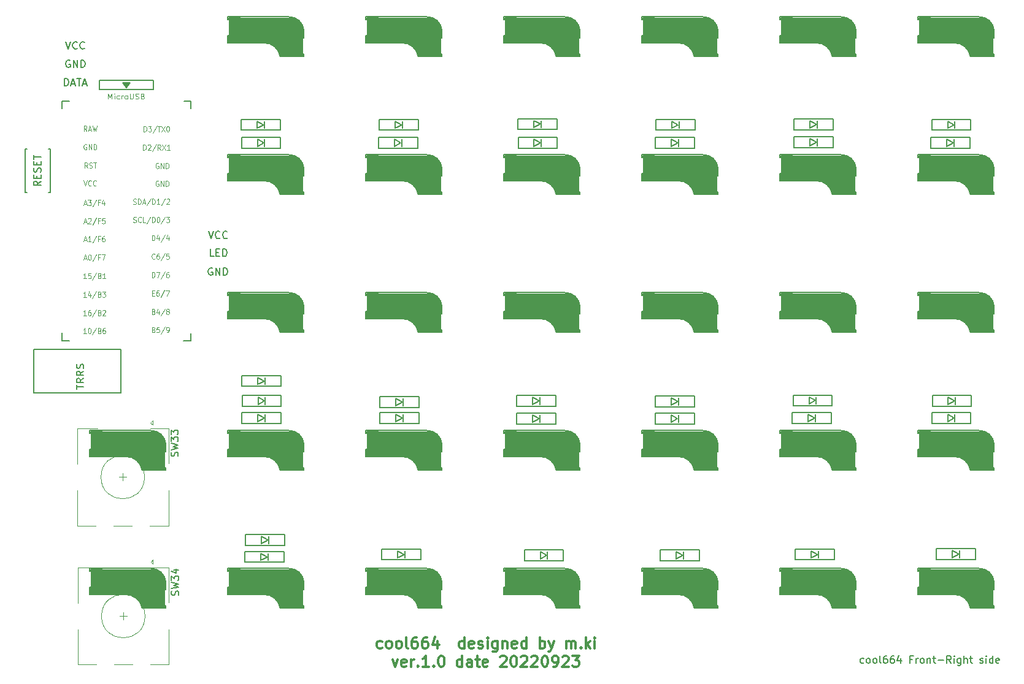
<source format=gbr>
G04 #@! TF.GenerationSoftware,KiCad,Pcbnew,(5.1.6-0-10_14)*
G04 #@! TF.CreationDate,2022-09-23T19:30:47+09:00*
G04 #@! TF.ProjectId,cool664,636f6f6c-3636-4342-9e6b-696361645f70,rev?*
G04 #@! TF.SameCoordinates,Original*
G04 #@! TF.FileFunction,Legend,Top*
G04 #@! TF.FilePolarity,Positive*
%FSLAX46Y46*%
G04 Gerber Fmt 4.6, Leading zero omitted, Abs format (unit mm)*
G04 Created by KiCad (PCBNEW (5.1.6-0-10_14)) date 2022-09-23 19:30:47*
%MOMM*%
%LPD*%
G01*
G04 APERTURE LIST*
%ADD10C,0.300000*%
%ADD11C,0.150000*%
%ADD12C,0.800000*%
%ADD13C,3.000000*%
%ADD14C,0.500000*%
%ADD15C,1.000000*%
%ADD16C,3.500000*%
%ADD17C,0.400000*%
%ADD18C,0.120000*%
%ADD19C,0.125000*%
G04 APERTURE END LIST*
D10*
X159272857Y-181482142D02*
X159130000Y-181553571D01*
X158844285Y-181553571D01*
X158701428Y-181482142D01*
X158630000Y-181410714D01*
X158558571Y-181267857D01*
X158558571Y-180839285D01*
X158630000Y-180696428D01*
X158701428Y-180625000D01*
X158844285Y-180553571D01*
X159130000Y-180553571D01*
X159272857Y-180625000D01*
X160130000Y-181553571D02*
X159987142Y-181482142D01*
X159915714Y-181410714D01*
X159844285Y-181267857D01*
X159844285Y-180839285D01*
X159915714Y-180696428D01*
X159987142Y-180625000D01*
X160130000Y-180553571D01*
X160344285Y-180553571D01*
X160487142Y-180625000D01*
X160558571Y-180696428D01*
X160630000Y-180839285D01*
X160630000Y-181267857D01*
X160558571Y-181410714D01*
X160487142Y-181482142D01*
X160344285Y-181553571D01*
X160130000Y-181553571D01*
X161487142Y-181553571D02*
X161344285Y-181482142D01*
X161272857Y-181410714D01*
X161201428Y-181267857D01*
X161201428Y-180839285D01*
X161272857Y-180696428D01*
X161344285Y-180625000D01*
X161487142Y-180553571D01*
X161701428Y-180553571D01*
X161844285Y-180625000D01*
X161915714Y-180696428D01*
X161987142Y-180839285D01*
X161987142Y-181267857D01*
X161915714Y-181410714D01*
X161844285Y-181482142D01*
X161701428Y-181553571D01*
X161487142Y-181553571D01*
X162844285Y-181553571D02*
X162701428Y-181482142D01*
X162630000Y-181339285D01*
X162630000Y-180053571D01*
X164058571Y-180053571D02*
X163772857Y-180053571D01*
X163630000Y-180125000D01*
X163558571Y-180196428D01*
X163415714Y-180410714D01*
X163344285Y-180696428D01*
X163344285Y-181267857D01*
X163415714Y-181410714D01*
X163487142Y-181482142D01*
X163630000Y-181553571D01*
X163915714Y-181553571D01*
X164058571Y-181482142D01*
X164130000Y-181410714D01*
X164201428Y-181267857D01*
X164201428Y-180910714D01*
X164130000Y-180767857D01*
X164058571Y-180696428D01*
X163915714Y-180625000D01*
X163630000Y-180625000D01*
X163487142Y-180696428D01*
X163415714Y-180767857D01*
X163344285Y-180910714D01*
X165487142Y-180053571D02*
X165201428Y-180053571D01*
X165058571Y-180125000D01*
X164987142Y-180196428D01*
X164844285Y-180410714D01*
X164772857Y-180696428D01*
X164772857Y-181267857D01*
X164844285Y-181410714D01*
X164915714Y-181482142D01*
X165058571Y-181553571D01*
X165344285Y-181553571D01*
X165487142Y-181482142D01*
X165558571Y-181410714D01*
X165630000Y-181267857D01*
X165630000Y-180910714D01*
X165558571Y-180767857D01*
X165487142Y-180696428D01*
X165344285Y-180625000D01*
X165058571Y-180625000D01*
X164915714Y-180696428D01*
X164844285Y-180767857D01*
X164772857Y-180910714D01*
X166915714Y-180553571D02*
X166915714Y-181553571D01*
X166558571Y-179982142D02*
X166201428Y-181053571D01*
X167130000Y-181053571D01*
X170630000Y-181553571D02*
X170630000Y-180053571D01*
X170630000Y-181482142D02*
X170487142Y-181553571D01*
X170201428Y-181553571D01*
X170058571Y-181482142D01*
X169987142Y-181410714D01*
X169915714Y-181267857D01*
X169915714Y-180839285D01*
X169987142Y-180696428D01*
X170058571Y-180625000D01*
X170201428Y-180553571D01*
X170487142Y-180553571D01*
X170630000Y-180625000D01*
X171915714Y-181482142D02*
X171772857Y-181553571D01*
X171487142Y-181553571D01*
X171344285Y-181482142D01*
X171272857Y-181339285D01*
X171272857Y-180767857D01*
X171344285Y-180625000D01*
X171487142Y-180553571D01*
X171772857Y-180553571D01*
X171915714Y-180625000D01*
X171987142Y-180767857D01*
X171987142Y-180910714D01*
X171272857Y-181053571D01*
X172558571Y-181482142D02*
X172701428Y-181553571D01*
X172987142Y-181553571D01*
X173130000Y-181482142D01*
X173201428Y-181339285D01*
X173201428Y-181267857D01*
X173130000Y-181125000D01*
X172987142Y-181053571D01*
X172772857Y-181053571D01*
X172630000Y-180982142D01*
X172558571Y-180839285D01*
X172558571Y-180767857D01*
X172630000Y-180625000D01*
X172772857Y-180553571D01*
X172987142Y-180553571D01*
X173130000Y-180625000D01*
X173844285Y-181553571D02*
X173844285Y-180553571D01*
X173844285Y-180053571D02*
X173772857Y-180125000D01*
X173844285Y-180196428D01*
X173915714Y-180125000D01*
X173844285Y-180053571D01*
X173844285Y-180196428D01*
X175201428Y-180553571D02*
X175201428Y-181767857D01*
X175130000Y-181910714D01*
X175058571Y-181982142D01*
X174915714Y-182053571D01*
X174701428Y-182053571D01*
X174558571Y-181982142D01*
X175201428Y-181482142D02*
X175058571Y-181553571D01*
X174772857Y-181553571D01*
X174630000Y-181482142D01*
X174558571Y-181410714D01*
X174487142Y-181267857D01*
X174487142Y-180839285D01*
X174558571Y-180696428D01*
X174630000Y-180625000D01*
X174772857Y-180553571D01*
X175058571Y-180553571D01*
X175201428Y-180625000D01*
X175915714Y-180553571D02*
X175915714Y-181553571D01*
X175915714Y-180696428D02*
X175987142Y-180625000D01*
X176130000Y-180553571D01*
X176344285Y-180553571D01*
X176487142Y-180625000D01*
X176558571Y-180767857D01*
X176558571Y-181553571D01*
X177844285Y-181482142D02*
X177701428Y-181553571D01*
X177415714Y-181553571D01*
X177272857Y-181482142D01*
X177201428Y-181339285D01*
X177201428Y-180767857D01*
X177272857Y-180625000D01*
X177415714Y-180553571D01*
X177701428Y-180553571D01*
X177844285Y-180625000D01*
X177915714Y-180767857D01*
X177915714Y-180910714D01*
X177201428Y-181053571D01*
X179201428Y-181553571D02*
X179201428Y-180053571D01*
X179201428Y-181482142D02*
X179058571Y-181553571D01*
X178772857Y-181553571D01*
X178630000Y-181482142D01*
X178558571Y-181410714D01*
X178487142Y-181267857D01*
X178487142Y-180839285D01*
X178558571Y-180696428D01*
X178630000Y-180625000D01*
X178772857Y-180553571D01*
X179058571Y-180553571D01*
X179201428Y-180625000D01*
X181058571Y-181553571D02*
X181058571Y-180053571D01*
X181058571Y-180625000D02*
X181201428Y-180553571D01*
X181487142Y-180553571D01*
X181630000Y-180625000D01*
X181701428Y-180696428D01*
X181772857Y-180839285D01*
X181772857Y-181267857D01*
X181701428Y-181410714D01*
X181630000Y-181482142D01*
X181487142Y-181553571D01*
X181201428Y-181553571D01*
X181058571Y-181482142D01*
X182272857Y-180553571D02*
X182630000Y-181553571D01*
X182987142Y-180553571D02*
X182630000Y-181553571D01*
X182487142Y-181910714D01*
X182415714Y-181982142D01*
X182272857Y-182053571D01*
X184701428Y-181553571D02*
X184701428Y-180553571D01*
X184701428Y-180696428D02*
X184772857Y-180625000D01*
X184915714Y-180553571D01*
X185130000Y-180553571D01*
X185272857Y-180625000D01*
X185344285Y-180767857D01*
X185344285Y-181553571D01*
X185344285Y-180767857D02*
X185415714Y-180625000D01*
X185558571Y-180553571D01*
X185772857Y-180553571D01*
X185915714Y-180625000D01*
X185987142Y-180767857D01*
X185987142Y-181553571D01*
X186701428Y-181410714D02*
X186772857Y-181482142D01*
X186701428Y-181553571D01*
X186630000Y-181482142D01*
X186701428Y-181410714D01*
X186701428Y-181553571D01*
X187415714Y-181553571D02*
X187415714Y-180053571D01*
X187558571Y-180982142D02*
X187987142Y-181553571D01*
X187987142Y-180553571D02*
X187415714Y-181125000D01*
X188630000Y-181553571D02*
X188630000Y-180553571D01*
X188630000Y-180053571D02*
X188558571Y-180125000D01*
X188630000Y-180196428D01*
X188701428Y-180125000D01*
X188630000Y-180053571D01*
X188630000Y-180196428D01*
X160737142Y-183103571D02*
X161094285Y-184103571D01*
X161451428Y-183103571D01*
X162594285Y-184032142D02*
X162451428Y-184103571D01*
X162165714Y-184103571D01*
X162022857Y-184032142D01*
X161951428Y-183889285D01*
X161951428Y-183317857D01*
X162022857Y-183175000D01*
X162165714Y-183103571D01*
X162451428Y-183103571D01*
X162594285Y-183175000D01*
X162665714Y-183317857D01*
X162665714Y-183460714D01*
X161951428Y-183603571D01*
X163308571Y-184103571D02*
X163308571Y-183103571D01*
X163308571Y-183389285D02*
X163380000Y-183246428D01*
X163451428Y-183175000D01*
X163594285Y-183103571D01*
X163737142Y-183103571D01*
X164237142Y-183960714D02*
X164308571Y-184032142D01*
X164237142Y-184103571D01*
X164165714Y-184032142D01*
X164237142Y-183960714D01*
X164237142Y-184103571D01*
X165737142Y-184103571D02*
X164880000Y-184103571D01*
X165308571Y-184103571D02*
X165308571Y-182603571D01*
X165165714Y-182817857D01*
X165022857Y-182960714D01*
X164880000Y-183032142D01*
X166380000Y-183960714D02*
X166451428Y-184032142D01*
X166380000Y-184103571D01*
X166308571Y-184032142D01*
X166380000Y-183960714D01*
X166380000Y-184103571D01*
X167380000Y-182603571D02*
X167522857Y-182603571D01*
X167665714Y-182675000D01*
X167737142Y-182746428D01*
X167808571Y-182889285D01*
X167880000Y-183175000D01*
X167880000Y-183532142D01*
X167808571Y-183817857D01*
X167737142Y-183960714D01*
X167665714Y-184032142D01*
X167522857Y-184103571D01*
X167380000Y-184103571D01*
X167237142Y-184032142D01*
X167165714Y-183960714D01*
X167094285Y-183817857D01*
X167022857Y-183532142D01*
X167022857Y-183175000D01*
X167094285Y-182889285D01*
X167165714Y-182746428D01*
X167237142Y-182675000D01*
X167380000Y-182603571D01*
X170308571Y-184103571D02*
X170308571Y-182603571D01*
X170308571Y-184032142D02*
X170165714Y-184103571D01*
X169880000Y-184103571D01*
X169737142Y-184032142D01*
X169665714Y-183960714D01*
X169594285Y-183817857D01*
X169594285Y-183389285D01*
X169665714Y-183246428D01*
X169737142Y-183175000D01*
X169880000Y-183103571D01*
X170165714Y-183103571D01*
X170308571Y-183175000D01*
X171665714Y-184103571D02*
X171665714Y-183317857D01*
X171594285Y-183175000D01*
X171451428Y-183103571D01*
X171165714Y-183103571D01*
X171022857Y-183175000D01*
X171665714Y-184032142D02*
X171522857Y-184103571D01*
X171165714Y-184103571D01*
X171022857Y-184032142D01*
X170951428Y-183889285D01*
X170951428Y-183746428D01*
X171022857Y-183603571D01*
X171165714Y-183532142D01*
X171522857Y-183532142D01*
X171665714Y-183460714D01*
X172165714Y-183103571D02*
X172737142Y-183103571D01*
X172380000Y-182603571D02*
X172380000Y-183889285D01*
X172451428Y-184032142D01*
X172594285Y-184103571D01*
X172737142Y-184103571D01*
X173808571Y-184032142D02*
X173665714Y-184103571D01*
X173380000Y-184103571D01*
X173237142Y-184032142D01*
X173165714Y-183889285D01*
X173165714Y-183317857D01*
X173237142Y-183175000D01*
X173380000Y-183103571D01*
X173665714Y-183103571D01*
X173808571Y-183175000D01*
X173880000Y-183317857D01*
X173880000Y-183460714D01*
X173165714Y-183603571D01*
X175594285Y-182746428D02*
X175665714Y-182675000D01*
X175808571Y-182603571D01*
X176165714Y-182603571D01*
X176308571Y-182675000D01*
X176380000Y-182746428D01*
X176451428Y-182889285D01*
X176451428Y-183032142D01*
X176380000Y-183246428D01*
X175522857Y-184103571D01*
X176451428Y-184103571D01*
X177380000Y-182603571D02*
X177522857Y-182603571D01*
X177665714Y-182675000D01*
X177737142Y-182746428D01*
X177808571Y-182889285D01*
X177880000Y-183175000D01*
X177880000Y-183532142D01*
X177808571Y-183817857D01*
X177737142Y-183960714D01*
X177665714Y-184032142D01*
X177522857Y-184103571D01*
X177380000Y-184103571D01*
X177237142Y-184032142D01*
X177165714Y-183960714D01*
X177094285Y-183817857D01*
X177022857Y-183532142D01*
X177022857Y-183175000D01*
X177094285Y-182889285D01*
X177165714Y-182746428D01*
X177237142Y-182675000D01*
X177380000Y-182603571D01*
X178451428Y-182746428D02*
X178522857Y-182675000D01*
X178665714Y-182603571D01*
X179022857Y-182603571D01*
X179165714Y-182675000D01*
X179237142Y-182746428D01*
X179308571Y-182889285D01*
X179308571Y-183032142D01*
X179237142Y-183246428D01*
X178380000Y-184103571D01*
X179308571Y-184103571D01*
X179880000Y-182746428D02*
X179951428Y-182675000D01*
X180094285Y-182603571D01*
X180451428Y-182603571D01*
X180594285Y-182675000D01*
X180665714Y-182746428D01*
X180737142Y-182889285D01*
X180737142Y-183032142D01*
X180665714Y-183246428D01*
X179808571Y-184103571D01*
X180737142Y-184103571D01*
X181665714Y-182603571D02*
X181808571Y-182603571D01*
X181951428Y-182675000D01*
X182022857Y-182746428D01*
X182094285Y-182889285D01*
X182165714Y-183175000D01*
X182165714Y-183532142D01*
X182094285Y-183817857D01*
X182022857Y-183960714D01*
X181951428Y-184032142D01*
X181808571Y-184103571D01*
X181665714Y-184103571D01*
X181522857Y-184032142D01*
X181451428Y-183960714D01*
X181380000Y-183817857D01*
X181308571Y-183532142D01*
X181308571Y-183175000D01*
X181380000Y-182889285D01*
X181451428Y-182746428D01*
X181522857Y-182675000D01*
X181665714Y-182603571D01*
X182880000Y-184103571D02*
X183165714Y-184103571D01*
X183308571Y-184032142D01*
X183380000Y-183960714D01*
X183522857Y-183746428D01*
X183594285Y-183460714D01*
X183594285Y-182889285D01*
X183522857Y-182746428D01*
X183451428Y-182675000D01*
X183308571Y-182603571D01*
X183022857Y-182603571D01*
X182880000Y-182675000D01*
X182808571Y-182746428D01*
X182737142Y-182889285D01*
X182737142Y-183246428D01*
X182808571Y-183389285D01*
X182880000Y-183460714D01*
X183022857Y-183532142D01*
X183308571Y-183532142D01*
X183451428Y-183460714D01*
X183522857Y-183389285D01*
X183594285Y-183246428D01*
X184165714Y-182746428D02*
X184237142Y-182675000D01*
X184380000Y-182603571D01*
X184737142Y-182603571D01*
X184880000Y-182675000D01*
X184951428Y-182746428D01*
X185022857Y-182889285D01*
X185022857Y-183032142D01*
X184951428Y-183246428D01*
X184094285Y-184103571D01*
X185022857Y-184103571D01*
X185522857Y-182603571D02*
X186451428Y-182603571D01*
X185951428Y-183175000D01*
X186165714Y-183175000D01*
X186308571Y-183246428D01*
X186380000Y-183317857D01*
X186451428Y-183460714D01*
X186451428Y-183817857D01*
X186380000Y-183960714D01*
X186308571Y-184032142D01*
X186165714Y-184103571D01*
X185737142Y-184103571D01*
X185594285Y-184032142D01*
X185522857Y-183960714D01*
D11*
X225740952Y-183564761D02*
X225645714Y-183612380D01*
X225455238Y-183612380D01*
X225360000Y-183564761D01*
X225312380Y-183517142D01*
X225264761Y-183421904D01*
X225264761Y-183136190D01*
X225312380Y-183040952D01*
X225360000Y-182993333D01*
X225455238Y-182945714D01*
X225645714Y-182945714D01*
X225740952Y-182993333D01*
X226312380Y-183612380D02*
X226217142Y-183564761D01*
X226169523Y-183517142D01*
X226121904Y-183421904D01*
X226121904Y-183136190D01*
X226169523Y-183040952D01*
X226217142Y-182993333D01*
X226312380Y-182945714D01*
X226455238Y-182945714D01*
X226550476Y-182993333D01*
X226598095Y-183040952D01*
X226645714Y-183136190D01*
X226645714Y-183421904D01*
X226598095Y-183517142D01*
X226550476Y-183564761D01*
X226455238Y-183612380D01*
X226312380Y-183612380D01*
X227217142Y-183612380D02*
X227121904Y-183564761D01*
X227074285Y-183517142D01*
X227026666Y-183421904D01*
X227026666Y-183136190D01*
X227074285Y-183040952D01*
X227121904Y-182993333D01*
X227217142Y-182945714D01*
X227360000Y-182945714D01*
X227455238Y-182993333D01*
X227502857Y-183040952D01*
X227550476Y-183136190D01*
X227550476Y-183421904D01*
X227502857Y-183517142D01*
X227455238Y-183564761D01*
X227360000Y-183612380D01*
X227217142Y-183612380D01*
X228121904Y-183612380D02*
X228026666Y-183564761D01*
X227979047Y-183469523D01*
X227979047Y-182612380D01*
X228931428Y-182612380D02*
X228740952Y-182612380D01*
X228645714Y-182660000D01*
X228598095Y-182707619D01*
X228502857Y-182850476D01*
X228455238Y-183040952D01*
X228455238Y-183421904D01*
X228502857Y-183517142D01*
X228550476Y-183564761D01*
X228645714Y-183612380D01*
X228836190Y-183612380D01*
X228931428Y-183564761D01*
X228979047Y-183517142D01*
X229026666Y-183421904D01*
X229026666Y-183183809D01*
X228979047Y-183088571D01*
X228931428Y-183040952D01*
X228836190Y-182993333D01*
X228645714Y-182993333D01*
X228550476Y-183040952D01*
X228502857Y-183088571D01*
X228455238Y-183183809D01*
X229883809Y-182612380D02*
X229693333Y-182612380D01*
X229598095Y-182660000D01*
X229550476Y-182707619D01*
X229455238Y-182850476D01*
X229407619Y-183040952D01*
X229407619Y-183421904D01*
X229455238Y-183517142D01*
X229502857Y-183564761D01*
X229598095Y-183612380D01*
X229788571Y-183612380D01*
X229883809Y-183564761D01*
X229931428Y-183517142D01*
X229979047Y-183421904D01*
X229979047Y-183183809D01*
X229931428Y-183088571D01*
X229883809Y-183040952D01*
X229788571Y-182993333D01*
X229598095Y-182993333D01*
X229502857Y-183040952D01*
X229455238Y-183088571D01*
X229407619Y-183183809D01*
X230836190Y-182945714D02*
X230836190Y-183612380D01*
X230598095Y-182564761D02*
X230360000Y-183279047D01*
X230979047Y-183279047D01*
X232455238Y-183088571D02*
X232121904Y-183088571D01*
X232121904Y-183612380D02*
X232121904Y-182612380D01*
X232598095Y-182612380D01*
X232979047Y-183612380D02*
X232979047Y-182945714D01*
X232979047Y-183136190D02*
X233026666Y-183040952D01*
X233074285Y-182993333D01*
X233169523Y-182945714D01*
X233264761Y-182945714D01*
X233740952Y-183612380D02*
X233645714Y-183564761D01*
X233598095Y-183517142D01*
X233550476Y-183421904D01*
X233550476Y-183136190D01*
X233598095Y-183040952D01*
X233645714Y-182993333D01*
X233740952Y-182945714D01*
X233883809Y-182945714D01*
X233979047Y-182993333D01*
X234026666Y-183040952D01*
X234074285Y-183136190D01*
X234074285Y-183421904D01*
X234026666Y-183517142D01*
X233979047Y-183564761D01*
X233883809Y-183612380D01*
X233740952Y-183612380D01*
X234502857Y-182945714D02*
X234502857Y-183612380D01*
X234502857Y-183040952D02*
X234550476Y-182993333D01*
X234645714Y-182945714D01*
X234788571Y-182945714D01*
X234883809Y-182993333D01*
X234931428Y-183088571D01*
X234931428Y-183612380D01*
X235264761Y-182945714D02*
X235645714Y-182945714D01*
X235407619Y-182612380D02*
X235407619Y-183469523D01*
X235455238Y-183564761D01*
X235550476Y-183612380D01*
X235645714Y-183612380D01*
X235979047Y-183231428D02*
X236740952Y-183231428D01*
X237788571Y-183612380D02*
X237455238Y-183136190D01*
X237217142Y-183612380D02*
X237217142Y-182612380D01*
X237598095Y-182612380D01*
X237693333Y-182660000D01*
X237740952Y-182707619D01*
X237788571Y-182802857D01*
X237788571Y-182945714D01*
X237740952Y-183040952D01*
X237693333Y-183088571D01*
X237598095Y-183136190D01*
X237217142Y-183136190D01*
X238217142Y-183612380D02*
X238217142Y-182945714D01*
X238217142Y-182612380D02*
X238169523Y-182660000D01*
X238217142Y-182707619D01*
X238264761Y-182660000D01*
X238217142Y-182612380D01*
X238217142Y-182707619D01*
X239121904Y-182945714D02*
X239121904Y-183755238D01*
X239074285Y-183850476D01*
X239026666Y-183898095D01*
X238931428Y-183945714D01*
X238788571Y-183945714D01*
X238693333Y-183898095D01*
X239121904Y-183564761D02*
X239026666Y-183612380D01*
X238836190Y-183612380D01*
X238740952Y-183564761D01*
X238693333Y-183517142D01*
X238645714Y-183421904D01*
X238645714Y-183136190D01*
X238693333Y-183040952D01*
X238740952Y-182993333D01*
X238836190Y-182945714D01*
X239026666Y-182945714D01*
X239121904Y-182993333D01*
X239598095Y-183612380D02*
X239598095Y-182612380D01*
X240026666Y-183612380D02*
X240026666Y-183088571D01*
X239979047Y-182993333D01*
X239883809Y-182945714D01*
X239740952Y-182945714D01*
X239645714Y-182993333D01*
X239598095Y-183040952D01*
X240360000Y-182945714D02*
X240740952Y-182945714D01*
X240502857Y-182612380D02*
X240502857Y-183469523D01*
X240550476Y-183564761D01*
X240645714Y-183612380D01*
X240740952Y-183612380D01*
X241788571Y-183564761D02*
X241883809Y-183612380D01*
X242074285Y-183612380D01*
X242169523Y-183564761D01*
X242217142Y-183469523D01*
X242217142Y-183421904D01*
X242169523Y-183326666D01*
X242074285Y-183279047D01*
X241931428Y-183279047D01*
X241836190Y-183231428D01*
X241788571Y-183136190D01*
X241788571Y-183088571D01*
X241836190Y-182993333D01*
X241931428Y-182945714D01*
X242074285Y-182945714D01*
X242169523Y-182993333D01*
X242645714Y-183612380D02*
X242645714Y-182945714D01*
X242645714Y-182612380D02*
X242598095Y-182660000D01*
X242645714Y-182707619D01*
X242693333Y-182660000D01*
X242645714Y-182612380D01*
X242645714Y-182707619D01*
X243550476Y-183612380D02*
X243550476Y-182612380D01*
X243550476Y-183564761D02*
X243455238Y-183612380D01*
X243264761Y-183612380D01*
X243169523Y-183564761D01*
X243121904Y-183517142D01*
X243074285Y-183421904D01*
X243074285Y-183136190D01*
X243121904Y-183040952D01*
X243169523Y-182993333D01*
X243264761Y-182945714D01*
X243455238Y-182945714D01*
X243550476Y-182993333D01*
X244407619Y-183564761D02*
X244312380Y-183612380D01*
X244121904Y-183612380D01*
X244026666Y-183564761D01*
X243979047Y-183469523D01*
X243979047Y-183088571D01*
X244026666Y-182993333D01*
X244121904Y-182945714D01*
X244312380Y-182945714D01*
X244407619Y-182993333D01*
X244455238Y-183088571D01*
X244455238Y-183183809D01*
X243979047Y-183279047D01*
X109990000Y-112600000D02*
X109990000Y-118600000D01*
X109990000Y-118600000D02*
X110240000Y-118600000D01*
X109990000Y-112600000D02*
X110240000Y-112600000D01*
X113490000Y-112600000D02*
X113240000Y-112600000D01*
X113490000Y-112600000D02*
X113490000Y-118600000D01*
X113490000Y-118600000D02*
X113240000Y-118600000D01*
X111190000Y-146250000D02*
X111190000Y-140250000D01*
X111190000Y-140250000D02*
X123190000Y-140250000D01*
X123190000Y-140250000D02*
X123190000Y-146250000D01*
X123190000Y-146250000D02*
X111190000Y-146250000D01*
X123830000Y-103900000D02*
X124130000Y-103900000D01*
X123730000Y-103750000D02*
X124230000Y-103750000D01*
X123630000Y-103600000D02*
X124330000Y-103600000D01*
X123980000Y-104100000D02*
X123480000Y-103450000D01*
X124480000Y-103450000D02*
X123980000Y-104100000D01*
X123480000Y-103450000D02*
X124480000Y-103450000D01*
X127730000Y-103100000D02*
X120230000Y-103100000D01*
X127730000Y-104400000D02*
X127730000Y-103100000D01*
X120230000Y-104400000D02*
X127730000Y-104400000D01*
X120230000Y-103100000D02*
X120230000Y-104400000D01*
X115080000Y-106000000D02*
X115080000Y-107000000D01*
X132880000Y-106000000D02*
X132880000Y-107000000D01*
X115080000Y-106000000D02*
X116080000Y-106000000D01*
X132880000Y-106000000D02*
X131930000Y-106000000D01*
X115080000Y-138000000D02*
X115080000Y-139050000D01*
X132880000Y-138050000D02*
X132880000Y-139050000D01*
X115080000Y-139050000D02*
X116080000Y-139050000D01*
X132880000Y-139050000D02*
X131870000Y-139050000D01*
X145250000Y-110000000D02*
X145250000Y-108500000D01*
X139850000Y-110000000D02*
X145250000Y-110000000D01*
X139850000Y-108500000D02*
X139850000Y-110000000D01*
X145250000Y-108500000D02*
X139850000Y-108500000D01*
X143050000Y-109750000D02*
X143050000Y-108750000D01*
X142050000Y-108750000D02*
X142950000Y-109250000D01*
X142050000Y-109750000D02*
X142050000Y-108750000D01*
X142950000Y-109250000D02*
X142050000Y-109750000D01*
X161980000Y-109250000D02*
X161080000Y-109750000D01*
X161080000Y-109750000D02*
X161080000Y-108750000D01*
X161080000Y-108750000D02*
X161980000Y-109250000D01*
X162080000Y-109750000D02*
X162080000Y-108750000D01*
X164280000Y-108500000D02*
X158880000Y-108500000D01*
X158880000Y-108500000D02*
X158880000Y-110000000D01*
X158880000Y-110000000D02*
X164280000Y-110000000D01*
X164280000Y-110000000D02*
X164280000Y-108500000D01*
X183440000Y-109910000D02*
X183440000Y-108410000D01*
X178040000Y-109910000D02*
X183440000Y-109910000D01*
X178040000Y-108410000D02*
X178040000Y-109910000D01*
X183440000Y-108410000D02*
X178040000Y-108410000D01*
X181240000Y-109660000D02*
X181240000Y-108660000D01*
X180240000Y-108660000D02*
X181140000Y-109160000D01*
X180240000Y-109660000D02*
X180240000Y-108660000D01*
X181140000Y-109160000D02*
X180240000Y-109660000D01*
X200140000Y-109250000D02*
X199240000Y-109750000D01*
X199240000Y-109750000D02*
X199240000Y-108750000D01*
X199240000Y-108750000D02*
X200140000Y-109250000D01*
X200240000Y-109750000D02*
X200240000Y-108750000D01*
X202440000Y-108500000D02*
X197040000Y-108500000D01*
X197040000Y-108500000D02*
X197040000Y-110000000D01*
X197040000Y-110000000D02*
X202440000Y-110000000D01*
X202440000Y-110000000D02*
X202440000Y-108500000D01*
X219220000Y-109230000D02*
X218320000Y-109730000D01*
X218320000Y-109730000D02*
X218320000Y-108730000D01*
X218320000Y-108730000D02*
X219220000Y-109230000D01*
X219320000Y-109730000D02*
X219320000Y-108730000D01*
X221520000Y-108480000D02*
X216120000Y-108480000D01*
X216120000Y-108480000D02*
X216120000Y-109980000D01*
X216120000Y-109980000D02*
X221520000Y-109980000D01*
X221520000Y-109980000D02*
X221520000Y-108480000D01*
X240520000Y-110000000D02*
X240520000Y-108500000D01*
X235120000Y-110000000D02*
X240520000Y-110000000D01*
X235120000Y-108500000D02*
X235120000Y-110000000D01*
X240520000Y-108500000D02*
X235120000Y-108500000D01*
X238320000Y-109750000D02*
X238320000Y-108750000D01*
X237320000Y-108750000D02*
X238220000Y-109250000D01*
X237320000Y-109750000D02*
X237320000Y-108750000D01*
X238220000Y-109250000D02*
X237320000Y-109750000D01*
X145270000Y-112500000D02*
X145270000Y-111000000D01*
X139870000Y-112500000D02*
X145270000Y-112500000D01*
X139870000Y-111000000D02*
X139870000Y-112500000D01*
X145270000Y-111000000D02*
X139870000Y-111000000D01*
X143070000Y-112250000D02*
X143070000Y-111250000D01*
X142070000Y-111250000D02*
X142970000Y-111750000D01*
X142070000Y-112250000D02*
X142070000Y-111250000D01*
X142970000Y-111750000D02*
X142070000Y-112250000D01*
X161870000Y-111770000D02*
X160970000Y-112270000D01*
X160970000Y-112270000D02*
X160970000Y-111270000D01*
X160970000Y-111270000D02*
X161870000Y-111770000D01*
X161970000Y-112270000D02*
X161970000Y-111270000D01*
X164170000Y-111020000D02*
X158770000Y-111020000D01*
X158770000Y-111020000D02*
X158770000Y-112520000D01*
X158770000Y-112520000D02*
X164170000Y-112520000D01*
X164170000Y-112520000D02*
X164170000Y-111020000D01*
X181150000Y-111730000D02*
X180250000Y-112230000D01*
X180250000Y-112230000D02*
X180250000Y-111230000D01*
X180250000Y-111230000D02*
X181150000Y-111730000D01*
X181250000Y-112230000D02*
X181250000Y-111230000D01*
X183450000Y-110980000D02*
X178050000Y-110980000D01*
X178050000Y-110980000D02*
X178050000Y-112480000D01*
X178050000Y-112480000D02*
X183450000Y-112480000D01*
X183450000Y-112480000D02*
X183450000Y-110980000D01*
X200080000Y-111730000D02*
X199180000Y-112230000D01*
X199180000Y-112230000D02*
X199180000Y-111230000D01*
X199180000Y-111230000D02*
X200080000Y-111730000D01*
X200180000Y-112230000D02*
X200180000Y-111230000D01*
X202380000Y-110980000D02*
X196980000Y-110980000D01*
X196980000Y-110980000D02*
X196980000Y-112480000D01*
X196980000Y-112480000D02*
X202380000Y-112480000D01*
X202380000Y-112480000D02*
X202380000Y-110980000D01*
X219240000Y-111640000D02*
X218340000Y-112140000D01*
X218340000Y-112140000D02*
X218340000Y-111140000D01*
X218340000Y-111140000D02*
X219240000Y-111640000D01*
X219340000Y-112140000D02*
X219340000Y-111140000D01*
X221540000Y-110890000D02*
X216140000Y-110890000D01*
X216140000Y-110890000D02*
X216140000Y-112390000D01*
X216140000Y-112390000D02*
X221540000Y-112390000D01*
X221540000Y-112390000D02*
X221540000Y-110890000D01*
X238110000Y-111740000D02*
X237210000Y-112240000D01*
X237210000Y-112240000D02*
X237210000Y-111240000D01*
X237210000Y-111240000D02*
X238110000Y-111740000D01*
X238210000Y-112240000D02*
X238210000Y-111240000D01*
X240410000Y-110990000D02*
X235010000Y-110990000D01*
X235010000Y-110990000D02*
X235010000Y-112490000D01*
X235010000Y-112490000D02*
X240410000Y-112490000D01*
X240410000Y-112490000D02*
X240410000Y-110990000D01*
X145360000Y-148130000D02*
X145360000Y-146630000D01*
X139960000Y-148130000D02*
X145360000Y-148130000D01*
X139960000Y-146630000D02*
X139960000Y-148130000D01*
X145360000Y-146630000D02*
X139960000Y-146630000D01*
X143160000Y-147880000D02*
X143160000Y-146880000D01*
X142160000Y-146880000D02*
X143060000Y-147380000D01*
X142160000Y-147880000D02*
X142160000Y-146880000D01*
X143060000Y-147380000D02*
X142160000Y-147880000D01*
X164380000Y-148300000D02*
X164380000Y-146800000D01*
X158980000Y-148300000D02*
X164380000Y-148300000D01*
X158980000Y-146800000D02*
X158980000Y-148300000D01*
X164380000Y-146800000D02*
X158980000Y-146800000D01*
X162180000Y-148050000D02*
X162180000Y-147050000D01*
X161180000Y-147050000D02*
X162080000Y-147550000D01*
X161180000Y-148050000D02*
X161180000Y-147050000D01*
X162080000Y-147550000D02*
X161180000Y-148050000D01*
X180960000Y-147410000D02*
X180060000Y-147910000D01*
X180060000Y-147910000D02*
X180060000Y-146910000D01*
X180060000Y-146910000D02*
X180960000Y-147410000D01*
X181060000Y-147910000D02*
X181060000Y-146910000D01*
X183260000Y-146660000D02*
X177860000Y-146660000D01*
X177860000Y-146660000D02*
X177860000Y-148160000D01*
X177860000Y-148160000D02*
X183260000Y-148160000D01*
X183260000Y-148160000D02*
X183260000Y-146660000D01*
X202380000Y-148240000D02*
X202380000Y-146740000D01*
X196980000Y-148240000D02*
X202380000Y-148240000D01*
X196980000Y-146740000D02*
X196980000Y-148240000D01*
X202380000Y-146740000D02*
X196980000Y-146740000D01*
X200180000Y-147990000D02*
X200180000Y-146990000D01*
X199180000Y-146990000D02*
X200080000Y-147490000D01*
X199180000Y-147990000D02*
X199180000Y-146990000D01*
X200080000Y-147490000D02*
X199180000Y-147990000D01*
X219090000Y-147340000D02*
X218190000Y-147840000D01*
X218190000Y-147840000D02*
X218190000Y-146840000D01*
X218190000Y-146840000D02*
X219090000Y-147340000D01*
X219190000Y-147840000D02*
X219190000Y-146840000D01*
X221390000Y-146590000D02*
X215990000Y-146590000D01*
X215990000Y-146590000D02*
X215990000Y-148090000D01*
X215990000Y-148090000D02*
X221390000Y-148090000D01*
X221390000Y-148090000D02*
X221390000Y-146590000D01*
X240600000Y-148140000D02*
X240600000Y-146640000D01*
X235200000Y-148140000D02*
X240600000Y-148140000D01*
X235200000Y-146640000D02*
X235200000Y-148140000D01*
X240600000Y-146640000D02*
X235200000Y-146640000D01*
X238400000Y-147890000D02*
X238400000Y-146890000D01*
X237400000Y-146890000D02*
X238300000Y-147390000D01*
X237400000Y-147890000D02*
X237400000Y-146890000D01*
X238300000Y-147390000D02*
X237400000Y-147890000D01*
X143000000Y-144640000D02*
X142100000Y-145140000D01*
X142100000Y-145140000D02*
X142100000Y-144140000D01*
X142100000Y-144140000D02*
X143000000Y-144640000D01*
X143100000Y-145140000D02*
X143100000Y-144140000D01*
X145300000Y-143890000D02*
X139900000Y-143890000D01*
X139900000Y-143890000D02*
X139900000Y-145390000D01*
X139900000Y-145390000D02*
X145300000Y-145390000D01*
X145300000Y-145390000D02*
X145300000Y-143890000D01*
X145310000Y-150500000D02*
X145310000Y-149000000D01*
X139910000Y-150500000D02*
X145310000Y-150500000D01*
X139910000Y-149000000D02*
X139910000Y-150500000D01*
X145310000Y-149000000D02*
X139910000Y-149000000D01*
X143110000Y-150250000D02*
X143110000Y-149250000D01*
X142110000Y-149250000D02*
X143010000Y-149750000D01*
X142110000Y-150250000D02*
X142110000Y-149250000D01*
X143010000Y-149750000D02*
X142110000Y-150250000D01*
X164380000Y-150480000D02*
X164380000Y-148980000D01*
X158980000Y-150480000D02*
X164380000Y-150480000D01*
X158980000Y-148980000D02*
X158980000Y-150480000D01*
X164380000Y-148980000D02*
X158980000Y-148980000D01*
X162180000Y-150230000D02*
X162180000Y-149230000D01*
X161180000Y-149230000D02*
X162080000Y-149730000D01*
X161180000Y-150230000D02*
X161180000Y-149230000D01*
X162080000Y-149730000D02*
X161180000Y-150230000D01*
X183260000Y-150570000D02*
X183260000Y-149070000D01*
X177860000Y-150570000D02*
X183260000Y-150570000D01*
X177860000Y-149070000D02*
X177860000Y-150570000D01*
X183260000Y-149070000D02*
X177860000Y-149070000D01*
X181060000Y-150320000D02*
X181060000Y-149320000D01*
X180060000Y-149320000D02*
X180960000Y-149820000D01*
X180060000Y-150320000D02*
X180060000Y-149320000D01*
X180960000Y-149820000D02*
X180060000Y-150320000D01*
X202360000Y-150590000D02*
X202360000Y-149090000D01*
X196960000Y-150590000D02*
X202360000Y-150590000D01*
X196960000Y-149090000D02*
X196960000Y-150590000D01*
X202360000Y-149090000D02*
X196960000Y-149090000D01*
X200160000Y-150340000D02*
X200160000Y-149340000D01*
X199160000Y-149340000D02*
X200060000Y-149840000D01*
X199160000Y-150340000D02*
X199160000Y-149340000D01*
X200060000Y-149840000D02*
X199160000Y-150340000D01*
X221290000Y-150520000D02*
X221290000Y-149020000D01*
X215890000Y-150520000D02*
X221290000Y-150520000D01*
X215890000Y-149020000D02*
X215890000Y-150520000D01*
X221290000Y-149020000D02*
X215890000Y-149020000D01*
X219090000Y-150270000D02*
X219090000Y-149270000D01*
X218090000Y-149270000D02*
X218990000Y-149770000D01*
X218090000Y-150270000D02*
X218090000Y-149270000D01*
X218990000Y-149770000D02*
X218090000Y-150270000D01*
X240530000Y-150510000D02*
X240530000Y-149010000D01*
X235130000Y-150510000D02*
X240530000Y-150510000D01*
X235130000Y-149010000D02*
X235130000Y-150510000D01*
X240530000Y-149010000D02*
X235130000Y-149010000D01*
X238330000Y-150260000D02*
X238330000Y-149260000D01*
X237330000Y-149260000D02*
X238230000Y-149760000D01*
X237330000Y-150260000D02*
X237330000Y-149260000D01*
X238230000Y-149760000D02*
X237330000Y-150260000D01*
X143520000Y-166580000D02*
X142620000Y-167080000D01*
X142620000Y-167080000D02*
X142620000Y-166080000D01*
X142620000Y-166080000D02*
X143520000Y-166580000D01*
X143620000Y-167080000D02*
X143620000Y-166080000D01*
X145820000Y-165830000D02*
X140420000Y-165830000D01*
X140420000Y-165830000D02*
X140420000Y-167330000D01*
X140420000Y-167330000D02*
X145820000Y-167330000D01*
X145820000Y-167330000D02*
X145820000Y-165830000D01*
X143470000Y-168940000D02*
X142570000Y-169440000D01*
X142570000Y-169440000D02*
X142570000Y-168440000D01*
X142570000Y-168440000D02*
X143470000Y-168940000D01*
X143570000Y-169440000D02*
X143570000Y-168440000D01*
X145770000Y-168190000D02*
X140370000Y-168190000D01*
X140370000Y-168190000D02*
X140370000Y-169690000D01*
X140370000Y-169690000D02*
X145770000Y-169690000D01*
X145770000Y-169690000D02*
X145770000Y-168190000D01*
X162350000Y-168600000D02*
X161450000Y-169100000D01*
X161450000Y-169100000D02*
X161450000Y-168100000D01*
X161450000Y-168100000D02*
X162350000Y-168600000D01*
X162450000Y-169100000D02*
X162450000Y-168100000D01*
X164650000Y-167850000D02*
X159250000Y-167850000D01*
X159250000Y-167850000D02*
X159250000Y-169350000D01*
X159250000Y-169350000D02*
X164650000Y-169350000D01*
X164650000Y-169350000D02*
X164650000Y-167850000D01*
X184310000Y-169500000D02*
X184310000Y-168000000D01*
X178910000Y-169500000D02*
X184310000Y-169500000D01*
X178910000Y-168000000D02*
X178910000Y-169500000D01*
X184310000Y-168000000D02*
X178910000Y-168000000D01*
X182110000Y-169250000D02*
X182110000Y-168250000D01*
X181110000Y-168250000D02*
X182010000Y-168750000D01*
X181110000Y-169250000D02*
X181110000Y-168250000D01*
X182010000Y-168750000D02*
X181110000Y-169250000D01*
X200770000Y-168700000D02*
X199870000Y-169200000D01*
X199870000Y-169200000D02*
X199870000Y-168200000D01*
X199870000Y-168200000D02*
X200770000Y-168700000D01*
X200870000Y-169200000D02*
X200870000Y-168200000D01*
X203070000Y-167950000D02*
X197670000Y-167950000D01*
X197670000Y-167950000D02*
X197670000Y-169450000D01*
X197670000Y-169450000D02*
X203070000Y-169450000D01*
X203070000Y-169450000D02*
X203070000Y-167950000D01*
X221670000Y-169350000D02*
X221670000Y-167850000D01*
X216270000Y-169350000D02*
X221670000Y-169350000D01*
X216270000Y-167850000D02*
X216270000Y-169350000D01*
X221670000Y-167850000D02*
X216270000Y-167850000D01*
X219470000Y-169100000D02*
X219470000Y-168100000D01*
X218470000Y-168100000D02*
X219370000Y-168600000D01*
X218470000Y-169100000D02*
X218470000Y-168100000D01*
X219370000Y-168600000D02*
X218470000Y-169100000D01*
X238860000Y-168550000D02*
X237960000Y-169050000D01*
X237960000Y-169050000D02*
X237960000Y-168050000D01*
X237960000Y-168050000D02*
X238860000Y-168550000D01*
X238960000Y-169050000D02*
X238960000Y-168050000D01*
X241160000Y-167800000D02*
X235760000Y-167800000D01*
X235760000Y-167800000D02*
X235760000Y-169300000D01*
X235760000Y-169300000D02*
X241160000Y-169300000D01*
X241160000Y-169300000D02*
X241160000Y-167800000D01*
D10*
X148379999Y-97140000D02*
X148380000Y-96240001D01*
D12*
X147880000Y-99340000D02*
X147880000Y-97540000D01*
D13*
X146750000Y-95840000D02*
X146750000Y-98080000D01*
D14*
X138280000Y-97640000D02*
X139680000Y-97640000D01*
D15*
X138680000Y-94940000D02*
X138680000Y-97440000D01*
D16*
X139980000Y-96140000D02*
X146680000Y-96140000D01*
D11*
X137980000Y-97940000D02*
X137980000Y-96940000D01*
X137980000Y-96940000D02*
X138180000Y-96940000D01*
X138200000Y-96940000D02*
X138200000Y-94690000D01*
X138180000Y-94690000D02*
X137980000Y-94690000D01*
X148480000Y-97240000D02*
X148280000Y-97240000D01*
X148250000Y-97240000D02*
X148250000Y-99480000D01*
X148280000Y-99480000D02*
X148480000Y-99480000D01*
X148480000Y-99840000D02*
X148480000Y-99480000D01*
X148480000Y-96240000D02*
X148480000Y-97240000D01*
X148480000Y-99840000D02*
X145200000Y-99840000D01*
X142980000Y-97940000D02*
X137980000Y-97940000D01*
X137980000Y-94340000D02*
X146380000Y-94339999D01*
X137980000Y-94690000D02*
X137980000Y-94340000D01*
D14*
X148280000Y-99640000D02*
X145580000Y-99640000D01*
D17*
X138180000Y-94540000D02*
X139580000Y-94540000D01*
X138180000Y-97040000D02*
X138180000Y-97740000D01*
D15*
X145596318Y-99418529D02*
G75*
G03*
X143380000Y-97540000I-2151318J-291471D01*
G01*
D11*
X148480001Y-96240000D02*
G75*
G03*
X146380000Y-94339999I-2000001J-100000D01*
G01*
X145196318Y-99818529D02*
G75*
G03*
X142980000Y-97940000I-2151318J-291471D01*
G01*
D10*
X167429999Y-97140000D02*
X167430000Y-96240001D01*
D12*
X166930000Y-99340000D02*
X166930000Y-97540000D01*
D13*
X165800000Y-95840000D02*
X165800000Y-98080000D01*
D14*
X157330000Y-97640000D02*
X158730000Y-97640000D01*
D15*
X157730000Y-94940000D02*
X157730000Y-97440000D01*
D16*
X159030000Y-96140000D02*
X165730000Y-96140000D01*
D11*
X157030000Y-97940000D02*
X157030000Y-96940000D01*
X157030000Y-96940000D02*
X157230000Y-96940000D01*
X157250000Y-96940000D02*
X157250000Y-94690000D01*
X157230000Y-94690000D02*
X157030000Y-94690000D01*
X167530000Y-97240000D02*
X167330000Y-97240000D01*
X167300000Y-97240000D02*
X167300000Y-99480000D01*
X167330000Y-99480000D02*
X167530000Y-99480000D01*
X167530000Y-99840000D02*
X167530000Y-99480000D01*
X167530000Y-96240000D02*
X167530000Y-97240000D01*
X167530000Y-99840000D02*
X164250000Y-99840000D01*
X162030000Y-97940000D02*
X157030000Y-97940000D01*
X157030000Y-94340000D02*
X165430000Y-94339999D01*
X157030000Y-94690000D02*
X157030000Y-94340000D01*
D14*
X167330000Y-99640000D02*
X164630000Y-99640000D01*
D17*
X157230000Y-94540000D02*
X158630000Y-94540000D01*
X157230000Y-97040000D02*
X157230000Y-97740000D01*
D15*
X164646318Y-99418529D02*
G75*
G03*
X162430000Y-97540000I-2151318J-291471D01*
G01*
D11*
X167530001Y-96240000D02*
G75*
G03*
X165430000Y-94339999I-2000001J-100000D01*
G01*
X164246318Y-99818529D02*
G75*
G03*
X162030000Y-97940000I-2151318J-291471D01*
G01*
D10*
X186479999Y-97140000D02*
X186480000Y-96240001D01*
D12*
X185980000Y-99340000D02*
X185980000Y-97540000D01*
D13*
X184850000Y-95840000D02*
X184850000Y-98080000D01*
D14*
X176380000Y-97640000D02*
X177780000Y-97640000D01*
D15*
X176780000Y-94940000D02*
X176780000Y-97440000D01*
D16*
X178080000Y-96140000D02*
X184780000Y-96140000D01*
D11*
X176080000Y-97940000D02*
X176080000Y-96940000D01*
X176080000Y-96940000D02*
X176280000Y-96940000D01*
X176300000Y-96940000D02*
X176300000Y-94690000D01*
X176280000Y-94690000D02*
X176080000Y-94690000D01*
X186580000Y-97240000D02*
X186380000Y-97240000D01*
X186350000Y-97240000D02*
X186350000Y-99480000D01*
X186380000Y-99480000D02*
X186580000Y-99480000D01*
X186580000Y-99840000D02*
X186580000Y-99480000D01*
X186580000Y-96240000D02*
X186580000Y-97240000D01*
X186580000Y-99840000D02*
X183300000Y-99840000D01*
X181080000Y-97940000D02*
X176080000Y-97940000D01*
X176080000Y-94340000D02*
X184480000Y-94339999D01*
X176080000Y-94690000D02*
X176080000Y-94340000D01*
D14*
X186380000Y-99640000D02*
X183680000Y-99640000D01*
D17*
X176280000Y-94540000D02*
X177680000Y-94540000D01*
X176280000Y-97040000D02*
X176280000Y-97740000D01*
D15*
X183696318Y-99418529D02*
G75*
G03*
X181480000Y-97540000I-2151318J-291471D01*
G01*
D11*
X186580001Y-96240000D02*
G75*
G03*
X184480000Y-94339999I-2000001J-100000D01*
G01*
X183296318Y-99818529D02*
G75*
G03*
X181080000Y-97940000I-2151318J-291471D01*
G01*
D10*
X205529999Y-97140000D02*
X205530000Y-96240001D01*
D12*
X205030000Y-99340000D02*
X205030000Y-97540000D01*
D13*
X203900000Y-95840000D02*
X203900000Y-98080000D01*
D14*
X195430000Y-97640000D02*
X196830000Y-97640000D01*
D15*
X195830000Y-94940000D02*
X195830000Y-97440000D01*
D16*
X197130000Y-96140000D02*
X203830000Y-96140000D01*
D11*
X195130000Y-97940000D02*
X195130000Y-96940000D01*
X195130000Y-96940000D02*
X195330000Y-96940000D01*
X195350000Y-96940000D02*
X195350000Y-94690000D01*
X195330000Y-94690000D02*
X195130000Y-94690000D01*
X205630000Y-97240000D02*
X205430000Y-97240000D01*
X205400000Y-97240000D02*
X205400000Y-99480000D01*
X205430000Y-99480000D02*
X205630000Y-99480000D01*
X205630000Y-99840000D02*
X205630000Y-99480000D01*
X205630000Y-96240000D02*
X205630000Y-97240000D01*
X205630000Y-99840000D02*
X202350000Y-99840000D01*
X200130000Y-97940000D02*
X195130000Y-97940000D01*
X195130000Y-94340000D02*
X203530000Y-94339999D01*
X195130000Y-94690000D02*
X195130000Y-94340000D01*
D14*
X205430000Y-99640000D02*
X202730000Y-99640000D01*
D17*
X195330000Y-94540000D02*
X196730000Y-94540000D01*
X195330000Y-97040000D02*
X195330000Y-97740000D01*
D15*
X202746318Y-99418529D02*
G75*
G03*
X200530000Y-97540000I-2151318J-291471D01*
G01*
D11*
X205630001Y-96240000D02*
G75*
G03*
X203530000Y-94339999I-2000001J-100000D01*
G01*
X202346318Y-99818529D02*
G75*
G03*
X200130000Y-97940000I-2151318J-291471D01*
G01*
D10*
X224579999Y-97140000D02*
X224580000Y-96240001D01*
D12*
X224080000Y-99340000D02*
X224080000Y-97540000D01*
D13*
X222950000Y-95840000D02*
X222950000Y-98080000D01*
D14*
X214480000Y-97640000D02*
X215880000Y-97640000D01*
D15*
X214880000Y-94940000D02*
X214880000Y-97440000D01*
D16*
X216180000Y-96140000D02*
X222880000Y-96140000D01*
D11*
X214180000Y-97940000D02*
X214180000Y-96940000D01*
X214180000Y-96940000D02*
X214380000Y-96940000D01*
X214400000Y-96940000D02*
X214400000Y-94690000D01*
X214380000Y-94690000D02*
X214180000Y-94690000D01*
X224680000Y-97240000D02*
X224480000Y-97240000D01*
X224450000Y-97240000D02*
X224450000Y-99480000D01*
X224480000Y-99480000D02*
X224680000Y-99480000D01*
X224680000Y-99840000D02*
X224680000Y-99480000D01*
X224680000Y-96240000D02*
X224680000Y-97240000D01*
X224680000Y-99840000D02*
X221400000Y-99840000D01*
X219180000Y-97940000D02*
X214180000Y-97940000D01*
X214180000Y-94340000D02*
X222580000Y-94339999D01*
X214180000Y-94690000D02*
X214180000Y-94340000D01*
D14*
X224480000Y-99640000D02*
X221780000Y-99640000D01*
D17*
X214380000Y-94540000D02*
X215780000Y-94540000D01*
X214380000Y-97040000D02*
X214380000Y-97740000D01*
D15*
X221796318Y-99418529D02*
G75*
G03*
X219580000Y-97540000I-2151318J-291471D01*
G01*
D11*
X224680001Y-96240000D02*
G75*
G03*
X222580000Y-94339999I-2000001J-100000D01*
G01*
X221396318Y-99818529D02*
G75*
G03*
X219180000Y-97940000I-2151318J-291471D01*
G01*
D17*
X233430000Y-97040000D02*
X233430000Y-97740000D01*
X233430000Y-94540000D02*
X234830000Y-94540000D01*
D14*
X243530000Y-99640000D02*
X240830000Y-99640000D01*
D11*
X233230000Y-94690000D02*
X233230000Y-94340000D01*
X233230000Y-94340000D02*
X241630000Y-94339999D01*
X238230000Y-97940000D02*
X233230000Y-97940000D01*
X243730000Y-99840000D02*
X240450000Y-99840000D01*
X243730000Y-96240000D02*
X243730000Y-97240000D01*
X243730000Y-99840000D02*
X243730000Y-99480000D01*
X243530000Y-99480000D02*
X243730000Y-99480000D01*
X243500000Y-97240000D02*
X243500000Y-99480000D01*
X243730000Y-97240000D02*
X243530000Y-97240000D01*
X233430000Y-94690000D02*
X233230000Y-94690000D01*
X233450000Y-96940000D02*
X233450000Y-94690000D01*
X233230000Y-96940000D02*
X233430000Y-96940000D01*
X233230000Y-97940000D02*
X233230000Y-96940000D01*
D16*
X235230000Y-96140000D02*
X241930000Y-96140000D01*
D15*
X233930000Y-94940000D02*
X233930000Y-97440000D01*
D14*
X233530000Y-97640000D02*
X234930000Y-97640000D01*
D13*
X242000000Y-95840000D02*
X242000000Y-98080000D01*
D12*
X243130000Y-99340000D02*
X243130000Y-97540000D01*
D10*
X243629999Y-97140000D02*
X243630000Y-96240001D01*
D11*
X240446318Y-99818529D02*
G75*
G03*
X238230000Y-97940000I-2151318J-291471D01*
G01*
X243730001Y-96240000D02*
G75*
G03*
X241630000Y-94339999I-2000001J-100000D01*
G01*
D15*
X240846318Y-99418529D02*
G75*
G03*
X238630000Y-97540000I-2151318J-291471D01*
G01*
D17*
X138180000Y-116090000D02*
X138180000Y-116790000D01*
X138180000Y-113590000D02*
X139580000Y-113590000D01*
D14*
X148280000Y-118690000D02*
X145580000Y-118690000D01*
D11*
X137980000Y-113740000D02*
X137980000Y-113390000D01*
X137980000Y-113390000D02*
X146380000Y-113389999D01*
X142980000Y-116990000D02*
X137980000Y-116990000D01*
X148480000Y-118890000D02*
X145200000Y-118890000D01*
X148480000Y-115290000D02*
X148480000Y-116290000D01*
X148480000Y-118890000D02*
X148480000Y-118530000D01*
X148280000Y-118530000D02*
X148480000Y-118530000D01*
X148250000Y-116290000D02*
X148250000Y-118530000D01*
X148480000Y-116290000D02*
X148280000Y-116290000D01*
X138180000Y-113740000D02*
X137980000Y-113740000D01*
X138200000Y-115990000D02*
X138200000Y-113740000D01*
X137980000Y-115990000D02*
X138180000Y-115990000D01*
X137980000Y-116990000D02*
X137980000Y-115990000D01*
D16*
X139980000Y-115190000D02*
X146680000Y-115190000D01*
D15*
X138680000Y-113990000D02*
X138680000Y-116490000D01*
D14*
X138280000Y-116690000D02*
X139680000Y-116690000D01*
D13*
X146750000Y-114890000D02*
X146750000Y-117130000D01*
D12*
X147880000Y-118390000D02*
X147880000Y-116590000D01*
D10*
X148379999Y-116190000D02*
X148380000Y-115290001D01*
D11*
X145196318Y-118868529D02*
G75*
G03*
X142980000Y-116990000I-2151318J-291471D01*
G01*
X148480001Y-115290000D02*
G75*
G03*
X146380000Y-113389999I-2000001J-100000D01*
G01*
D15*
X145596318Y-118468529D02*
G75*
G03*
X143380000Y-116590000I-2151318J-291471D01*
G01*
D17*
X157230000Y-116090000D02*
X157230000Y-116790000D01*
X157230000Y-113590000D02*
X158630000Y-113590000D01*
D14*
X167330000Y-118690000D02*
X164630000Y-118690000D01*
D11*
X157030000Y-113740000D02*
X157030000Y-113390000D01*
X157030000Y-113390000D02*
X165430000Y-113389999D01*
X162030000Y-116990000D02*
X157030000Y-116990000D01*
X167530000Y-118890000D02*
X164250000Y-118890000D01*
X167530000Y-115290000D02*
X167530000Y-116290000D01*
X167530000Y-118890000D02*
X167530000Y-118530000D01*
X167330000Y-118530000D02*
X167530000Y-118530000D01*
X167300000Y-116290000D02*
X167300000Y-118530000D01*
X167530000Y-116290000D02*
X167330000Y-116290000D01*
X157230000Y-113740000D02*
X157030000Y-113740000D01*
X157250000Y-115990000D02*
X157250000Y-113740000D01*
X157030000Y-115990000D02*
X157230000Y-115990000D01*
X157030000Y-116990000D02*
X157030000Y-115990000D01*
D16*
X159030000Y-115190000D02*
X165730000Y-115190000D01*
D15*
X157730000Y-113990000D02*
X157730000Y-116490000D01*
D14*
X157330000Y-116690000D02*
X158730000Y-116690000D01*
D13*
X165800000Y-114890000D02*
X165800000Y-117130000D01*
D12*
X166930000Y-118390000D02*
X166930000Y-116590000D01*
D10*
X167429999Y-116190000D02*
X167430000Y-115290001D01*
D11*
X164246318Y-118868529D02*
G75*
G03*
X162030000Y-116990000I-2151318J-291471D01*
G01*
X167530001Y-115290000D02*
G75*
G03*
X165430000Y-113389999I-2000001J-100000D01*
G01*
D15*
X164646318Y-118468529D02*
G75*
G03*
X162430000Y-116590000I-2151318J-291471D01*
G01*
D17*
X176280000Y-116090000D02*
X176280000Y-116790000D01*
X176280000Y-113590000D02*
X177680000Y-113590000D01*
D14*
X186380000Y-118690000D02*
X183680000Y-118690000D01*
D11*
X176080000Y-113740000D02*
X176080000Y-113390000D01*
X176080000Y-113390000D02*
X184480000Y-113389999D01*
X181080000Y-116990000D02*
X176080000Y-116990000D01*
X186580000Y-118890000D02*
X183300000Y-118890000D01*
X186580000Y-115290000D02*
X186580000Y-116290000D01*
X186580000Y-118890000D02*
X186580000Y-118530000D01*
X186380000Y-118530000D02*
X186580000Y-118530000D01*
X186350000Y-116290000D02*
X186350000Y-118530000D01*
X186580000Y-116290000D02*
X186380000Y-116290000D01*
X176280000Y-113740000D02*
X176080000Y-113740000D01*
X176300000Y-115990000D02*
X176300000Y-113740000D01*
X176080000Y-115990000D02*
X176280000Y-115990000D01*
X176080000Y-116990000D02*
X176080000Y-115990000D01*
D16*
X178080000Y-115190000D02*
X184780000Y-115190000D01*
D15*
X176780000Y-113990000D02*
X176780000Y-116490000D01*
D14*
X176380000Y-116690000D02*
X177780000Y-116690000D01*
D13*
X184850000Y-114890000D02*
X184850000Y-117130000D01*
D12*
X185980000Y-118390000D02*
X185980000Y-116590000D01*
D10*
X186479999Y-116190000D02*
X186480000Y-115290001D01*
D11*
X183296318Y-118868529D02*
G75*
G03*
X181080000Y-116990000I-2151318J-291471D01*
G01*
X186580001Y-115290000D02*
G75*
G03*
X184480000Y-113389999I-2000001J-100000D01*
G01*
D15*
X183696318Y-118468529D02*
G75*
G03*
X181480000Y-116590000I-2151318J-291471D01*
G01*
D10*
X205529999Y-116190000D02*
X205530000Y-115290001D01*
D12*
X205030000Y-118390000D02*
X205030000Y-116590000D01*
D13*
X203900000Y-114890000D02*
X203900000Y-117130000D01*
D14*
X195430000Y-116690000D02*
X196830000Y-116690000D01*
D15*
X195830000Y-113990000D02*
X195830000Y-116490000D01*
D16*
X197130000Y-115190000D02*
X203830000Y-115190000D01*
D11*
X195130000Y-116990000D02*
X195130000Y-115990000D01*
X195130000Y-115990000D02*
X195330000Y-115990000D01*
X195350000Y-115990000D02*
X195350000Y-113740000D01*
X195330000Y-113740000D02*
X195130000Y-113740000D01*
X205630000Y-116290000D02*
X205430000Y-116290000D01*
X205400000Y-116290000D02*
X205400000Y-118530000D01*
X205430000Y-118530000D02*
X205630000Y-118530000D01*
X205630000Y-118890000D02*
X205630000Y-118530000D01*
X205630000Y-115290000D02*
X205630000Y-116290000D01*
X205630000Y-118890000D02*
X202350000Y-118890000D01*
X200130000Y-116990000D02*
X195130000Y-116990000D01*
X195130000Y-113390000D02*
X203530000Y-113389999D01*
X195130000Y-113740000D02*
X195130000Y-113390000D01*
D14*
X205430000Y-118690000D02*
X202730000Y-118690000D01*
D17*
X195330000Y-113590000D02*
X196730000Y-113590000D01*
X195330000Y-116090000D02*
X195330000Y-116790000D01*
D15*
X202746318Y-118468529D02*
G75*
G03*
X200530000Y-116590000I-2151318J-291471D01*
G01*
D11*
X205630001Y-115290000D02*
G75*
G03*
X203530000Y-113389999I-2000001J-100000D01*
G01*
X202346318Y-118868529D02*
G75*
G03*
X200130000Y-116990000I-2151318J-291471D01*
G01*
D17*
X214380000Y-116090000D02*
X214380000Y-116790000D01*
X214380000Y-113590000D02*
X215780000Y-113590000D01*
D14*
X224480000Y-118690000D02*
X221780000Y-118690000D01*
D11*
X214180000Y-113740000D02*
X214180000Y-113390000D01*
X214180000Y-113390000D02*
X222580000Y-113389999D01*
X219180000Y-116990000D02*
X214180000Y-116990000D01*
X224680000Y-118890000D02*
X221400000Y-118890000D01*
X224680000Y-115290000D02*
X224680000Y-116290000D01*
X224680000Y-118890000D02*
X224680000Y-118530000D01*
X224480000Y-118530000D02*
X224680000Y-118530000D01*
X224450000Y-116290000D02*
X224450000Y-118530000D01*
X224680000Y-116290000D02*
X224480000Y-116290000D01*
X214380000Y-113740000D02*
X214180000Y-113740000D01*
X214400000Y-115990000D02*
X214400000Y-113740000D01*
X214180000Y-115990000D02*
X214380000Y-115990000D01*
X214180000Y-116990000D02*
X214180000Y-115990000D01*
D16*
X216180000Y-115190000D02*
X222880000Y-115190000D01*
D15*
X214880000Y-113990000D02*
X214880000Y-116490000D01*
D14*
X214480000Y-116690000D02*
X215880000Y-116690000D01*
D13*
X222950000Y-114890000D02*
X222950000Y-117130000D01*
D12*
X224080000Y-118390000D02*
X224080000Y-116590000D01*
D10*
X224579999Y-116190000D02*
X224580000Y-115290001D01*
D11*
X221396318Y-118868529D02*
G75*
G03*
X219180000Y-116990000I-2151318J-291471D01*
G01*
X224680001Y-115290000D02*
G75*
G03*
X222580000Y-113389999I-2000001J-100000D01*
G01*
D15*
X221796318Y-118468529D02*
G75*
G03*
X219580000Y-116590000I-2151318J-291471D01*
G01*
D17*
X233430000Y-116090000D02*
X233430000Y-116790000D01*
X233430000Y-113590000D02*
X234830000Y-113590000D01*
D14*
X243530000Y-118690000D02*
X240830000Y-118690000D01*
D11*
X233230000Y-113740000D02*
X233230000Y-113390000D01*
X233230000Y-113390000D02*
X241630000Y-113389999D01*
X238230000Y-116990000D02*
X233230000Y-116990000D01*
X243730000Y-118890000D02*
X240450000Y-118890000D01*
X243730000Y-115290000D02*
X243730000Y-116290000D01*
X243730000Y-118890000D02*
X243730000Y-118530000D01*
X243530000Y-118530000D02*
X243730000Y-118530000D01*
X243500000Y-116290000D02*
X243500000Y-118530000D01*
X243730000Y-116290000D02*
X243530000Y-116290000D01*
X233430000Y-113740000D02*
X233230000Y-113740000D01*
X233450000Y-115990000D02*
X233450000Y-113740000D01*
X233230000Y-115990000D02*
X233430000Y-115990000D01*
X233230000Y-116990000D02*
X233230000Y-115990000D01*
D16*
X235230000Y-115190000D02*
X241930000Y-115190000D01*
D15*
X233930000Y-113990000D02*
X233930000Y-116490000D01*
D14*
X233530000Y-116690000D02*
X234930000Y-116690000D01*
D13*
X242000000Y-114890000D02*
X242000000Y-117130000D01*
D12*
X243130000Y-118390000D02*
X243130000Y-116590000D01*
D10*
X243629999Y-116190000D02*
X243630000Y-115290001D01*
D11*
X240446318Y-118868529D02*
G75*
G03*
X238230000Y-116990000I-2151318J-291471D01*
G01*
X243730001Y-115290000D02*
G75*
G03*
X241630000Y-113389999I-2000001J-100000D01*
G01*
D15*
X240846318Y-118468529D02*
G75*
G03*
X238630000Y-116590000I-2151318J-291471D01*
G01*
D10*
X148379999Y-135240000D02*
X148380000Y-134340001D01*
D12*
X147880000Y-137440000D02*
X147880000Y-135640000D01*
D13*
X146750000Y-133940000D02*
X146750000Y-136180000D01*
D14*
X138280000Y-135740000D02*
X139680000Y-135740000D01*
D15*
X138680000Y-133040000D02*
X138680000Y-135540000D01*
D16*
X139980000Y-134240000D02*
X146680000Y-134240000D01*
D11*
X137980000Y-136040000D02*
X137980000Y-135040000D01*
X137980000Y-135040000D02*
X138180000Y-135040000D01*
X138200000Y-135040000D02*
X138200000Y-132790000D01*
X138180000Y-132790000D02*
X137980000Y-132790000D01*
X148480000Y-135340000D02*
X148280000Y-135340000D01*
X148250000Y-135340000D02*
X148250000Y-137580000D01*
X148280000Y-137580000D02*
X148480000Y-137580000D01*
X148480000Y-137940000D02*
X148480000Y-137580000D01*
X148480000Y-134340000D02*
X148480000Y-135340000D01*
X148480000Y-137940000D02*
X145200000Y-137940000D01*
X142980000Y-136040000D02*
X137980000Y-136040000D01*
X137980000Y-132440000D02*
X146380000Y-132439999D01*
X137980000Y-132790000D02*
X137980000Y-132440000D01*
D14*
X148280000Y-137740000D02*
X145580000Y-137740000D01*
D17*
X138180000Y-132640000D02*
X139580000Y-132640000D01*
X138180000Y-135140000D02*
X138180000Y-135840000D01*
D15*
X145596318Y-137518529D02*
G75*
G03*
X143380000Y-135640000I-2151318J-291471D01*
G01*
D11*
X148480001Y-134340000D02*
G75*
G03*
X146380000Y-132439999I-2000001J-100000D01*
G01*
X145196318Y-137918529D02*
G75*
G03*
X142980000Y-136040000I-2151318J-291471D01*
G01*
D17*
X157230000Y-135140000D02*
X157230000Y-135840000D01*
X157230000Y-132640000D02*
X158630000Y-132640000D01*
D14*
X167330000Y-137740000D02*
X164630000Y-137740000D01*
D11*
X157030000Y-132790000D02*
X157030000Y-132440000D01*
X157030000Y-132440000D02*
X165430000Y-132439999D01*
X162030000Y-136040000D02*
X157030000Y-136040000D01*
X167530000Y-137940000D02*
X164250000Y-137940000D01*
X167530000Y-134340000D02*
X167530000Y-135340000D01*
X167530000Y-137940000D02*
X167530000Y-137580000D01*
X167330000Y-137580000D02*
X167530000Y-137580000D01*
X167300000Y-135340000D02*
X167300000Y-137580000D01*
X167530000Y-135340000D02*
X167330000Y-135340000D01*
X157230000Y-132790000D02*
X157030000Y-132790000D01*
X157250000Y-135040000D02*
X157250000Y-132790000D01*
X157030000Y-135040000D02*
X157230000Y-135040000D01*
X157030000Y-136040000D02*
X157030000Y-135040000D01*
D16*
X159030000Y-134240000D02*
X165730000Y-134240000D01*
D15*
X157730000Y-133040000D02*
X157730000Y-135540000D01*
D14*
X157330000Y-135740000D02*
X158730000Y-135740000D01*
D13*
X165800000Y-133940000D02*
X165800000Y-136180000D01*
D12*
X166930000Y-137440000D02*
X166930000Y-135640000D01*
D10*
X167429999Y-135240000D02*
X167430000Y-134340001D01*
D11*
X164246318Y-137918529D02*
G75*
G03*
X162030000Y-136040000I-2151318J-291471D01*
G01*
X167530001Y-134340000D02*
G75*
G03*
X165430000Y-132439999I-2000001J-100000D01*
G01*
D15*
X164646318Y-137518529D02*
G75*
G03*
X162430000Y-135640000I-2151318J-291471D01*
G01*
D17*
X176280000Y-135140000D02*
X176280000Y-135840000D01*
X176280000Y-132640000D02*
X177680000Y-132640000D01*
D14*
X186380000Y-137740000D02*
X183680000Y-137740000D01*
D11*
X176080000Y-132790000D02*
X176080000Y-132440000D01*
X176080000Y-132440000D02*
X184480000Y-132439999D01*
X181080000Y-136040000D02*
X176080000Y-136040000D01*
X186580000Y-137940000D02*
X183300000Y-137940000D01*
X186580000Y-134340000D02*
X186580000Y-135340000D01*
X186580000Y-137940000D02*
X186580000Y-137580000D01*
X186380000Y-137580000D02*
X186580000Y-137580000D01*
X186350000Y-135340000D02*
X186350000Y-137580000D01*
X186580000Y-135340000D02*
X186380000Y-135340000D01*
X176280000Y-132790000D02*
X176080000Y-132790000D01*
X176300000Y-135040000D02*
X176300000Y-132790000D01*
X176080000Y-135040000D02*
X176280000Y-135040000D01*
X176080000Y-136040000D02*
X176080000Y-135040000D01*
D16*
X178080000Y-134240000D02*
X184780000Y-134240000D01*
D15*
X176780000Y-133040000D02*
X176780000Y-135540000D01*
D14*
X176380000Y-135740000D02*
X177780000Y-135740000D01*
D13*
X184850000Y-133940000D02*
X184850000Y-136180000D01*
D12*
X185980000Y-137440000D02*
X185980000Y-135640000D01*
D10*
X186479999Y-135240000D02*
X186480000Y-134340001D01*
D11*
X183296318Y-137918529D02*
G75*
G03*
X181080000Y-136040000I-2151318J-291471D01*
G01*
X186580001Y-134340000D02*
G75*
G03*
X184480000Y-132439999I-2000001J-100000D01*
G01*
D15*
X183696318Y-137518529D02*
G75*
G03*
X181480000Y-135640000I-2151318J-291471D01*
G01*
D17*
X195330000Y-135140000D02*
X195330000Y-135840000D01*
X195330000Y-132640000D02*
X196730000Y-132640000D01*
D14*
X205430000Y-137740000D02*
X202730000Y-137740000D01*
D11*
X195130000Y-132790000D02*
X195130000Y-132440000D01*
X195130000Y-132440000D02*
X203530000Y-132439999D01*
X200130000Y-136040000D02*
X195130000Y-136040000D01*
X205630000Y-137940000D02*
X202350000Y-137940000D01*
X205630000Y-134340000D02*
X205630000Y-135340000D01*
X205630000Y-137940000D02*
X205630000Y-137580000D01*
X205430000Y-137580000D02*
X205630000Y-137580000D01*
X205400000Y-135340000D02*
X205400000Y-137580000D01*
X205630000Y-135340000D02*
X205430000Y-135340000D01*
X195330000Y-132790000D02*
X195130000Y-132790000D01*
X195350000Y-135040000D02*
X195350000Y-132790000D01*
X195130000Y-135040000D02*
X195330000Y-135040000D01*
X195130000Y-136040000D02*
X195130000Y-135040000D01*
D16*
X197130000Y-134240000D02*
X203830000Y-134240000D01*
D15*
X195830000Y-133040000D02*
X195830000Y-135540000D01*
D14*
X195430000Y-135740000D02*
X196830000Y-135740000D01*
D13*
X203900000Y-133940000D02*
X203900000Y-136180000D01*
D12*
X205030000Y-137440000D02*
X205030000Y-135640000D01*
D10*
X205529999Y-135240000D02*
X205530000Y-134340001D01*
D11*
X202346318Y-137918529D02*
G75*
G03*
X200130000Y-136040000I-2151318J-291471D01*
G01*
X205630001Y-134340000D02*
G75*
G03*
X203530000Y-132439999I-2000001J-100000D01*
G01*
D15*
X202746318Y-137518529D02*
G75*
G03*
X200530000Y-135640000I-2151318J-291471D01*
G01*
D17*
X214380000Y-135140000D02*
X214380000Y-135840000D01*
X214380000Y-132640000D02*
X215780000Y-132640000D01*
D14*
X224480000Y-137740000D02*
X221780000Y-137740000D01*
D11*
X214180000Y-132790000D02*
X214180000Y-132440000D01*
X214180000Y-132440000D02*
X222580000Y-132439999D01*
X219180000Y-136040000D02*
X214180000Y-136040000D01*
X224680000Y-137940000D02*
X221400000Y-137940000D01*
X224680000Y-134340000D02*
X224680000Y-135340000D01*
X224680000Y-137940000D02*
X224680000Y-137580000D01*
X224480000Y-137580000D02*
X224680000Y-137580000D01*
X224450000Y-135340000D02*
X224450000Y-137580000D01*
X224680000Y-135340000D02*
X224480000Y-135340000D01*
X214380000Y-132790000D02*
X214180000Y-132790000D01*
X214400000Y-135040000D02*
X214400000Y-132790000D01*
X214180000Y-135040000D02*
X214380000Y-135040000D01*
X214180000Y-136040000D02*
X214180000Y-135040000D01*
D16*
X216180000Y-134240000D02*
X222880000Y-134240000D01*
D15*
X214880000Y-133040000D02*
X214880000Y-135540000D01*
D14*
X214480000Y-135740000D02*
X215880000Y-135740000D01*
D13*
X222950000Y-133940000D02*
X222950000Y-136180000D01*
D12*
X224080000Y-137440000D02*
X224080000Y-135640000D01*
D10*
X224579999Y-135240000D02*
X224580000Y-134340001D01*
D11*
X221396318Y-137918529D02*
G75*
G03*
X219180000Y-136040000I-2151318J-291471D01*
G01*
X224680001Y-134340000D02*
G75*
G03*
X222580000Y-132439999I-2000001J-100000D01*
G01*
D15*
X221796318Y-137518529D02*
G75*
G03*
X219580000Y-135640000I-2151318J-291471D01*
G01*
D17*
X233430000Y-135140000D02*
X233430000Y-135840000D01*
X233430000Y-132640000D02*
X234830000Y-132640000D01*
D14*
X243530000Y-137740000D02*
X240830000Y-137740000D01*
D11*
X233230000Y-132790000D02*
X233230000Y-132440000D01*
X233230000Y-132440000D02*
X241630000Y-132439999D01*
X238230000Y-136040000D02*
X233230000Y-136040000D01*
X243730000Y-137940000D02*
X240450000Y-137940000D01*
X243730000Y-134340000D02*
X243730000Y-135340000D01*
X243730000Y-137940000D02*
X243730000Y-137580000D01*
X243530000Y-137580000D02*
X243730000Y-137580000D01*
X243500000Y-135340000D02*
X243500000Y-137580000D01*
X243730000Y-135340000D02*
X243530000Y-135340000D01*
X233430000Y-132790000D02*
X233230000Y-132790000D01*
X233450000Y-135040000D02*
X233450000Y-132790000D01*
X233230000Y-135040000D02*
X233430000Y-135040000D01*
X233230000Y-136040000D02*
X233230000Y-135040000D01*
D16*
X235230000Y-134240000D02*
X241930000Y-134240000D01*
D15*
X233930000Y-133040000D02*
X233930000Y-135540000D01*
D14*
X233530000Y-135740000D02*
X234930000Y-135740000D01*
D13*
X242000000Y-133940000D02*
X242000000Y-136180000D01*
D12*
X243130000Y-137440000D02*
X243130000Y-135640000D01*
D10*
X243629999Y-135240000D02*
X243630000Y-134340001D01*
D11*
X240446318Y-137918529D02*
G75*
G03*
X238230000Y-136040000I-2151318J-291471D01*
G01*
X243730001Y-134340000D02*
G75*
G03*
X241630000Y-132439999I-2000001J-100000D01*
G01*
D15*
X240846318Y-137518529D02*
G75*
G03*
X238630000Y-135640000I-2151318J-291471D01*
G01*
D10*
X129329999Y-154290000D02*
X129330000Y-153390001D01*
D12*
X128830000Y-156490000D02*
X128830000Y-154690000D01*
D13*
X127700000Y-152990000D02*
X127700000Y-155230000D01*
D14*
X119230000Y-154790000D02*
X120630000Y-154790000D01*
D15*
X119630000Y-152090000D02*
X119630000Y-154590000D01*
D16*
X120930000Y-153290000D02*
X127630000Y-153290000D01*
D11*
X118930000Y-155090000D02*
X118930000Y-154090000D01*
X118930000Y-154090000D02*
X119130000Y-154090000D01*
X119150000Y-154090000D02*
X119150000Y-151840000D01*
X119130000Y-151840000D02*
X118930000Y-151840000D01*
X129430000Y-154390000D02*
X129230000Y-154390000D01*
X129200000Y-154390000D02*
X129200000Y-156630000D01*
X129230000Y-156630000D02*
X129430000Y-156630000D01*
X129430000Y-156990000D02*
X129430000Y-156630000D01*
X129430000Y-153390000D02*
X129430000Y-154390000D01*
X129430000Y-156990000D02*
X126150000Y-156990000D01*
X123930000Y-155090000D02*
X118930000Y-155090000D01*
X118930000Y-151490000D02*
X127330000Y-151489999D01*
X118930000Y-151840000D02*
X118930000Y-151490000D01*
D14*
X129230000Y-156790000D02*
X126530000Y-156790000D01*
D17*
X119130000Y-151690000D02*
X120530000Y-151690000D01*
X119130000Y-154190000D02*
X119130000Y-154890000D01*
D15*
X126546318Y-156568529D02*
G75*
G03*
X124330000Y-154690000I-2151318J-291471D01*
G01*
D11*
X129430001Y-153390000D02*
G75*
G03*
X127330000Y-151489999I-2000001J-100000D01*
G01*
X126146318Y-156968529D02*
G75*
G03*
X123930000Y-155090000I-2151318J-291471D01*
G01*
D17*
X138180000Y-154190000D02*
X138180000Y-154890000D01*
X138180000Y-151690000D02*
X139580000Y-151690000D01*
D14*
X148280000Y-156790000D02*
X145580000Y-156790000D01*
D11*
X137980000Y-151840000D02*
X137980000Y-151490000D01*
X137980000Y-151490000D02*
X146380000Y-151489999D01*
X142980000Y-155090000D02*
X137980000Y-155090000D01*
X148480000Y-156990000D02*
X145200000Y-156990000D01*
X148480000Y-153390000D02*
X148480000Y-154390000D01*
X148480000Y-156990000D02*
X148480000Y-156630000D01*
X148280000Y-156630000D02*
X148480000Y-156630000D01*
X148250000Y-154390000D02*
X148250000Y-156630000D01*
X148480000Y-154390000D02*
X148280000Y-154390000D01*
X138180000Y-151840000D02*
X137980000Y-151840000D01*
X138200000Y-154090000D02*
X138200000Y-151840000D01*
X137980000Y-154090000D02*
X138180000Y-154090000D01*
X137980000Y-155090000D02*
X137980000Y-154090000D01*
D16*
X139980000Y-153290000D02*
X146680000Y-153290000D01*
D15*
X138680000Y-152090000D02*
X138680000Y-154590000D01*
D14*
X138280000Y-154790000D02*
X139680000Y-154790000D01*
D13*
X146750000Y-152990000D02*
X146750000Y-155230000D01*
D12*
X147880000Y-156490000D02*
X147880000Y-154690000D01*
D10*
X148379999Y-154290000D02*
X148380000Y-153390001D01*
D11*
X145196318Y-156968529D02*
G75*
G03*
X142980000Y-155090000I-2151318J-291471D01*
G01*
X148480001Y-153390000D02*
G75*
G03*
X146380000Y-151489999I-2000001J-100000D01*
G01*
D15*
X145596318Y-156568529D02*
G75*
G03*
X143380000Y-154690000I-2151318J-291471D01*
G01*
D10*
X167429999Y-154290000D02*
X167430000Y-153390001D01*
D12*
X166930000Y-156490000D02*
X166930000Y-154690000D01*
D13*
X165800000Y-152990000D02*
X165800000Y-155230000D01*
D14*
X157330000Y-154790000D02*
X158730000Y-154790000D01*
D15*
X157730000Y-152090000D02*
X157730000Y-154590000D01*
D16*
X159030000Y-153290000D02*
X165730000Y-153290000D01*
D11*
X157030000Y-155090000D02*
X157030000Y-154090000D01*
X157030000Y-154090000D02*
X157230000Y-154090000D01*
X157250000Y-154090000D02*
X157250000Y-151840000D01*
X157230000Y-151840000D02*
X157030000Y-151840000D01*
X167530000Y-154390000D02*
X167330000Y-154390000D01*
X167300000Y-154390000D02*
X167300000Y-156630000D01*
X167330000Y-156630000D02*
X167530000Y-156630000D01*
X167530000Y-156990000D02*
X167530000Y-156630000D01*
X167530000Y-153390000D02*
X167530000Y-154390000D01*
X167530000Y-156990000D02*
X164250000Y-156990000D01*
X162030000Y-155090000D02*
X157030000Y-155090000D01*
X157030000Y-151490000D02*
X165430000Y-151489999D01*
X157030000Y-151840000D02*
X157030000Y-151490000D01*
D14*
X167330000Y-156790000D02*
X164630000Y-156790000D01*
D17*
X157230000Y-151690000D02*
X158630000Y-151690000D01*
X157230000Y-154190000D02*
X157230000Y-154890000D01*
D15*
X164646318Y-156568529D02*
G75*
G03*
X162430000Y-154690000I-2151318J-291471D01*
G01*
D11*
X167530001Y-153390000D02*
G75*
G03*
X165430000Y-151489999I-2000001J-100000D01*
G01*
X164246318Y-156968529D02*
G75*
G03*
X162030000Y-155090000I-2151318J-291471D01*
G01*
D17*
X176280000Y-154190000D02*
X176280000Y-154890000D01*
X176280000Y-151690000D02*
X177680000Y-151690000D01*
D14*
X186380000Y-156790000D02*
X183680000Y-156790000D01*
D11*
X176080000Y-151840000D02*
X176080000Y-151490000D01*
X176080000Y-151490000D02*
X184480000Y-151489999D01*
X181080000Y-155090000D02*
X176080000Y-155090000D01*
X186580000Y-156990000D02*
X183300000Y-156990000D01*
X186580000Y-153390000D02*
X186580000Y-154390000D01*
X186580000Y-156990000D02*
X186580000Y-156630000D01*
X186380000Y-156630000D02*
X186580000Y-156630000D01*
X186350000Y-154390000D02*
X186350000Y-156630000D01*
X186580000Y-154390000D02*
X186380000Y-154390000D01*
X176280000Y-151840000D02*
X176080000Y-151840000D01*
X176300000Y-154090000D02*
X176300000Y-151840000D01*
X176080000Y-154090000D02*
X176280000Y-154090000D01*
X176080000Y-155090000D02*
X176080000Y-154090000D01*
D16*
X178080000Y-153290000D02*
X184780000Y-153290000D01*
D15*
X176780000Y-152090000D02*
X176780000Y-154590000D01*
D14*
X176380000Y-154790000D02*
X177780000Y-154790000D01*
D13*
X184850000Y-152990000D02*
X184850000Y-155230000D01*
D12*
X185980000Y-156490000D02*
X185980000Y-154690000D01*
D10*
X186479999Y-154290000D02*
X186480000Y-153390001D01*
D11*
X183296318Y-156968529D02*
G75*
G03*
X181080000Y-155090000I-2151318J-291471D01*
G01*
X186580001Y-153390000D02*
G75*
G03*
X184480000Y-151489999I-2000001J-100000D01*
G01*
D15*
X183696318Y-156568529D02*
G75*
G03*
X181480000Y-154690000I-2151318J-291471D01*
G01*
D10*
X205529999Y-154290000D02*
X205530000Y-153390001D01*
D12*
X205030000Y-156490000D02*
X205030000Y-154690000D01*
D13*
X203900000Y-152990000D02*
X203900000Y-155230000D01*
D14*
X195430000Y-154790000D02*
X196830000Y-154790000D01*
D15*
X195830000Y-152090000D02*
X195830000Y-154590000D01*
D16*
X197130000Y-153290000D02*
X203830000Y-153290000D01*
D11*
X195130000Y-155090000D02*
X195130000Y-154090000D01*
X195130000Y-154090000D02*
X195330000Y-154090000D01*
X195350000Y-154090000D02*
X195350000Y-151840000D01*
X195330000Y-151840000D02*
X195130000Y-151840000D01*
X205630000Y-154390000D02*
X205430000Y-154390000D01*
X205400000Y-154390000D02*
X205400000Y-156630000D01*
X205430000Y-156630000D02*
X205630000Y-156630000D01*
X205630000Y-156990000D02*
X205630000Y-156630000D01*
X205630000Y-153390000D02*
X205630000Y-154390000D01*
X205630000Y-156990000D02*
X202350000Y-156990000D01*
X200130000Y-155090000D02*
X195130000Y-155090000D01*
X195130000Y-151490000D02*
X203530000Y-151489999D01*
X195130000Y-151840000D02*
X195130000Y-151490000D01*
D14*
X205430000Y-156790000D02*
X202730000Y-156790000D01*
D17*
X195330000Y-151690000D02*
X196730000Y-151690000D01*
X195330000Y-154190000D02*
X195330000Y-154890000D01*
D15*
X202746318Y-156568529D02*
G75*
G03*
X200530000Y-154690000I-2151318J-291471D01*
G01*
D11*
X205630001Y-153390000D02*
G75*
G03*
X203530000Y-151489999I-2000001J-100000D01*
G01*
X202346318Y-156968529D02*
G75*
G03*
X200130000Y-155090000I-2151318J-291471D01*
G01*
D17*
X214380000Y-154190000D02*
X214380000Y-154890000D01*
X214380000Y-151690000D02*
X215780000Y-151690000D01*
D14*
X224480000Y-156790000D02*
X221780000Y-156790000D01*
D11*
X214180000Y-151840000D02*
X214180000Y-151490000D01*
X214180000Y-151490000D02*
X222580000Y-151489999D01*
X219180000Y-155090000D02*
X214180000Y-155090000D01*
X224680000Y-156990000D02*
X221400000Y-156990000D01*
X224680000Y-153390000D02*
X224680000Y-154390000D01*
X224680000Y-156990000D02*
X224680000Y-156630000D01*
X224480000Y-156630000D02*
X224680000Y-156630000D01*
X224450000Y-154390000D02*
X224450000Y-156630000D01*
X224680000Y-154390000D02*
X224480000Y-154390000D01*
X214380000Y-151840000D02*
X214180000Y-151840000D01*
X214400000Y-154090000D02*
X214400000Y-151840000D01*
X214180000Y-154090000D02*
X214380000Y-154090000D01*
X214180000Y-155090000D02*
X214180000Y-154090000D01*
D16*
X216180000Y-153290000D02*
X222880000Y-153290000D01*
D15*
X214880000Y-152090000D02*
X214880000Y-154590000D01*
D14*
X214480000Y-154790000D02*
X215880000Y-154790000D01*
D13*
X222950000Y-152990000D02*
X222950000Y-155230000D01*
D12*
X224080000Y-156490000D02*
X224080000Y-154690000D01*
D10*
X224579999Y-154290000D02*
X224580000Y-153390001D01*
D11*
X221396318Y-156968529D02*
G75*
G03*
X219180000Y-155090000I-2151318J-291471D01*
G01*
X224680001Y-153390000D02*
G75*
G03*
X222580000Y-151489999I-2000001J-100000D01*
G01*
D15*
X221796318Y-156568529D02*
G75*
G03*
X219580000Y-154690000I-2151318J-291471D01*
G01*
D10*
X243629999Y-154290000D02*
X243630000Y-153390001D01*
D12*
X243130000Y-156490000D02*
X243130000Y-154690000D01*
D13*
X242000000Y-152990000D02*
X242000000Y-155230000D01*
D14*
X233530000Y-154790000D02*
X234930000Y-154790000D01*
D15*
X233930000Y-152090000D02*
X233930000Y-154590000D01*
D16*
X235230000Y-153290000D02*
X241930000Y-153290000D01*
D11*
X233230000Y-155090000D02*
X233230000Y-154090000D01*
X233230000Y-154090000D02*
X233430000Y-154090000D01*
X233450000Y-154090000D02*
X233450000Y-151840000D01*
X233430000Y-151840000D02*
X233230000Y-151840000D01*
X243730000Y-154390000D02*
X243530000Y-154390000D01*
X243500000Y-154390000D02*
X243500000Y-156630000D01*
X243530000Y-156630000D02*
X243730000Y-156630000D01*
X243730000Y-156990000D02*
X243730000Y-156630000D01*
X243730000Y-153390000D02*
X243730000Y-154390000D01*
X243730000Y-156990000D02*
X240450000Y-156990000D01*
X238230000Y-155090000D02*
X233230000Y-155090000D01*
X233230000Y-151490000D02*
X241630000Y-151489999D01*
X233230000Y-151840000D02*
X233230000Y-151490000D01*
D14*
X243530000Y-156790000D02*
X240830000Y-156790000D01*
D17*
X233430000Y-151690000D02*
X234830000Y-151690000D01*
X233430000Y-154190000D02*
X233430000Y-154890000D01*
D15*
X240846318Y-156568529D02*
G75*
G03*
X238630000Y-154690000I-2151318J-291471D01*
G01*
D11*
X243730001Y-153390000D02*
G75*
G03*
X241630000Y-151489999I-2000001J-100000D01*
G01*
X240446318Y-156968529D02*
G75*
G03*
X238230000Y-155090000I-2151318J-291471D01*
G01*
D17*
X119130000Y-173240000D02*
X119130000Y-173940000D01*
X119130000Y-170740000D02*
X120530000Y-170740000D01*
D14*
X129230000Y-175840000D02*
X126530000Y-175840000D01*
D11*
X118930000Y-170890000D02*
X118930000Y-170540000D01*
X118930000Y-170540000D02*
X127330000Y-170539999D01*
X123930000Y-174140000D02*
X118930000Y-174140000D01*
X129430000Y-176040000D02*
X126150000Y-176040000D01*
X129430000Y-172440000D02*
X129430000Y-173440000D01*
X129430000Y-176040000D02*
X129430000Y-175680000D01*
X129230000Y-175680000D02*
X129430000Y-175680000D01*
X129200000Y-173440000D02*
X129200000Y-175680000D01*
X129430000Y-173440000D02*
X129230000Y-173440000D01*
X119130000Y-170890000D02*
X118930000Y-170890000D01*
X119150000Y-173140000D02*
X119150000Y-170890000D01*
X118930000Y-173140000D02*
X119130000Y-173140000D01*
X118930000Y-174140000D02*
X118930000Y-173140000D01*
D16*
X120930000Y-172340000D02*
X127630000Y-172340000D01*
D15*
X119630000Y-171140000D02*
X119630000Y-173640000D01*
D14*
X119230000Y-173840000D02*
X120630000Y-173840000D01*
D13*
X127700000Y-172040000D02*
X127700000Y-174280000D01*
D12*
X128830000Y-175540000D02*
X128830000Y-173740000D01*
D10*
X129329999Y-173340000D02*
X129330000Y-172440001D01*
D11*
X126146318Y-176018529D02*
G75*
G03*
X123930000Y-174140000I-2151318J-291471D01*
G01*
X129430001Y-172440000D02*
G75*
G03*
X127330000Y-170539999I-2000001J-100000D01*
G01*
D15*
X126546318Y-175618529D02*
G75*
G03*
X124330000Y-173740000I-2151318J-291471D01*
G01*
D10*
X148379999Y-173340000D02*
X148380000Y-172440001D01*
D12*
X147880000Y-175540000D02*
X147880000Y-173740000D01*
D13*
X146750000Y-172040000D02*
X146750000Y-174280000D01*
D14*
X138280000Y-173840000D02*
X139680000Y-173840000D01*
D15*
X138680000Y-171140000D02*
X138680000Y-173640000D01*
D16*
X139980000Y-172340000D02*
X146680000Y-172340000D01*
D11*
X137980000Y-174140000D02*
X137980000Y-173140000D01*
X137980000Y-173140000D02*
X138180000Y-173140000D01*
X138200000Y-173140000D02*
X138200000Y-170890000D01*
X138180000Y-170890000D02*
X137980000Y-170890000D01*
X148480000Y-173440000D02*
X148280000Y-173440000D01*
X148250000Y-173440000D02*
X148250000Y-175680000D01*
X148280000Y-175680000D02*
X148480000Y-175680000D01*
X148480000Y-176040000D02*
X148480000Y-175680000D01*
X148480000Y-172440000D02*
X148480000Y-173440000D01*
X148480000Y-176040000D02*
X145200000Y-176040000D01*
X142980000Y-174140000D02*
X137980000Y-174140000D01*
X137980000Y-170540000D02*
X146380000Y-170539999D01*
X137980000Y-170890000D02*
X137980000Y-170540000D01*
D14*
X148280000Y-175840000D02*
X145580000Y-175840000D01*
D17*
X138180000Y-170740000D02*
X139580000Y-170740000D01*
X138180000Y-173240000D02*
X138180000Y-173940000D01*
D15*
X145596318Y-175618529D02*
G75*
G03*
X143380000Y-173740000I-2151318J-291471D01*
G01*
D11*
X148480001Y-172440000D02*
G75*
G03*
X146380000Y-170539999I-2000001J-100000D01*
G01*
X145196318Y-176018529D02*
G75*
G03*
X142980000Y-174140000I-2151318J-291471D01*
G01*
D17*
X157230000Y-173240000D02*
X157230000Y-173940000D01*
X157230000Y-170740000D02*
X158630000Y-170740000D01*
D14*
X167330000Y-175840000D02*
X164630000Y-175840000D01*
D11*
X157030000Y-170890000D02*
X157030000Y-170540000D01*
X157030000Y-170540000D02*
X165430000Y-170539999D01*
X162030000Y-174140000D02*
X157030000Y-174140000D01*
X167530000Y-176040000D02*
X164250000Y-176040000D01*
X167530000Y-172440000D02*
X167530000Y-173440000D01*
X167530000Y-176040000D02*
X167530000Y-175680000D01*
X167330000Y-175680000D02*
X167530000Y-175680000D01*
X167300000Y-173440000D02*
X167300000Y-175680000D01*
X167530000Y-173440000D02*
X167330000Y-173440000D01*
X157230000Y-170890000D02*
X157030000Y-170890000D01*
X157250000Y-173140000D02*
X157250000Y-170890000D01*
X157030000Y-173140000D02*
X157230000Y-173140000D01*
X157030000Y-174140000D02*
X157030000Y-173140000D01*
D16*
X159030000Y-172340000D02*
X165730000Y-172340000D01*
D15*
X157730000Y-171140000D02*
X157730000Y-173640000D01*
D14*
X157330000Y-173840000D02*
X158730000Y-173840000D01*
D13*
X165800000Y-172040000D02*
X165800000Y-174280000D01*
D12*
X166930000Y-175540000D02*
X166930000Y-173740000D01*
D10*
X167429999Y-173340000D02*
X167430000Y-172440001D01*
D11*
X164246318Y-176018529D02*
G75*
G03*
X162030000Y-174140000I-2151318J-291471D01*
G01*
X167530001Y-172440000D02*
G75*
G03*
X165430000Y-170539999I-2000001J-100000D01*
G01*
D15*
X164646318Y-175618529D02*
G75*
G03*
X162430000Y-173740000I-2151318J-291471D01*
G01*
D10*
X186479999Y-173340000D02*
X186480000Y-172440001D01*
D12*
X185980000Y-175540000D02*
X185980000Y-173740000D01*
D13*
X184850000Y-172040000D02*
X184850000Y-174280000D01*
D14*
X176380000Y-173840000D02*
X177780000Y-173840000D01*
D15*
X176780000Y-171140000D02*
X176780000Y-173640000D01*
D16*
X178080000Y-172340000D02*
X184780000Y-172340000D01*
D11*
X176080000Y-174140000D02*
X176080000Y-173140000D01*
X176080000Y-173140000D02*
X176280000Y-173140000D01*
X176300000Y-173140000D02*
X176300000Y-170890000D01*
X176280000Y-170890000D02*
X176080000Y-170890000D01*
X186580000Y-173440000D02*
X186380000Y-173440000D01*
X186350000Y-173440000D02*
X186350000Y-175680000D01*
X186380000Y-175680000D02*
X186580000Y-175680000D01*
X186580000Y-176040000D02*
X186580000Y-175680000D01*
X186580000Y-172440000D02*
X186580000Y-173440000D01*
X186580000Y-176040000D02*
X183300000Y-176040000D01*
X181080000Y-174140000D02*
X176080000Y-174140000D01*
X176080000Y-170540000D02*
X184480000Y-170539999D01*
X176080000Y-170890000D02*
X176080000Y-170540000D01*
D14*
X186380000Y-175840000D02*
X183680000Y-175840000D01*
D17*
X176280000Y-170740000D02*
X177680000Y-170740000D01*
X176280000Y-173240000D02*
X176280000Y-173940000D01*
D15*
X183696318Y-175618529D02*
G75*
G03*
X181480000Y-173740000I-2151318J-291471D01*
G01*
D11*
X186580001Y-172440000D02*
G75*
G03*
X184480000Y-170539999I-2000001J-100000D01*
G01*
X183296318Y-176018529D02*
G75*
G03*
X181080000Y-174140000I-2151318J-291471D01*
G01*
D10*
X205529999Y-173340000D02*
X205530000Y-172440001D01*
D12*
X205030000Y-175540000D02*
X205030000Y-173740000D01*
D13*
X203900000Y-172040000D02*
X203900000Y-174280000D01*
D14*
X195430000Y-173840000D02*
X196830000Y-173840000D01*
D15*
X195830000Y-171140000D02*
X195830000Y-173640000D01*
D16*
X197130000Y-172340000D02*
X203830000Y-172340000D01*
D11*
X195130000Y-174140000D02*
X195130000Y-173140000D01*
X195130000Y-173140000D02*
X195330000Y-173140000D01*
X195350000Y-173140000D02*
X195350000Y-170890000D01*
X195330000Y-170890000D02*
X195130000Y-170890000D01*
X205630000Y-173440000D02*
X205430000Y-173440000D01*
X205400000Y-173440000D02*
X205400000Y-175680000D01*
X205430000Y-175680000D02*
X205630000Y-175680000D01*
X205630000Y-176040000D02*
X205630000Y-175680000D01*
X205630000Y-172440000D02*
X205630000Y-173440000D01*
X205630000Y-176040000D02*
X202350000Y-176040000D01*
X200130000Y-174140000D02*
X195130000Y-174140000D01*
X195130000Y-170540000D02*
X203530000Y-170539999D01*
X195130000Y-170890000D02*
X195130000Y-170540000D01*
D14*
X205430000Y-175840000D02*
X202730000Y-175840000D01*
D17*
X195330000Y-170740000D02*
X196730000Y-170740000D01*
X195330000Y-173240000D02*
X195330000Y-173940000D01*
D15*
X202746318Y-175618529D02*
G75*
G03*
X200530000Y-173740000I-2151318J-291471D01*
G01*
D11*
X205630001Y-172440000D02*
G75*
G03*
X203530000Y-170539999I-2000001J-100000D01*
G01*
X202346318Y-176018529D02*
G75*
G03*
X200130000Y-174140000I-2151318J-291471D01*
G01*
D10*
X224579999Y-173340000D02*
X224580000Y-172440001D01*
D12*
X224080000Y-175540000D02*
X224080000Y-173740000D01*
D13*
X222950000Y-172040000D02*
X222950000Y-174280000D01*
D14*
X214480000Y-173840000D02*
X215880000Y-173840000D01*
D15*
X214880000Y-171140000D02*
X214880000Y-173640000D01*
D16*
X216180000Y-172340000D02*
X222880000Y-172340000D01*
D11*
X214180000Y-174140000D02*
X214180000Y-173140000D01*
X214180000Y-173140000D02*
X214380000Y-173140000D01*
X214400000Y-173140000D02*
X214400000Y-170890000D01*
X214380000Y-170890000D02*
X214180000Y-170890000D01*
X224680000Y-173440000D02*
X224480000Y-173440000D01*
X224450000Y-173440000D02*
X224450000Y-175680000D01*
X224480000Y-175680000D02*
X224680000Y-175680000D01*
X224680000Y-176040000D02*
X224680000Y-175680000D01*
X224680000Y-172440000D02*
X224680000Y-173440000D01*
X224680000Y-176040000D02*
X221400000Y-176040000D01*
X219180000Y-174140000D02*
X214180000Y-174140000D01*
X214180000Y-170540000D02*
X222580000Y-170539999D01*
X214180000Y-170890000D02*
X214180000Y-170540000D01*
D14*
X224480000Y-175840000D02*
X221780000Y-175840000D01*
D17*
X214380000Y-170740000D02*
X215780000Y-170740000D01*
X214380000Y-173240000D02*
X214380000Y-173940000D01*
D15*
X221796318Y-175618529D02*
G75*
G03*
X219580000Y-173740000I-2151318J-291471D01*
G01*
D11*
X224680001Y-172440000D02*
G75*
G03*
X222580000Y-170539999I-2000001J-100000D01*
G01*
X221396318Y-176018529D02*
G75*
G03*
X219180000Y-174140000I-2151318J-291471D01*
G01*
D10*
X243629999Y-173340000D02*
X243630000Y-172440001D01*
D12*
X243130000Y-175540000D02*
X243130000Y-173740000D01*
D13*
X242000000Y-172040000D02*
X242000000Y-174280000D01*
D14*
X233530000Y-173840000D02*
X234930000Y-173840000D01*
D15*
X233930000Y-171140000D02*
X233930000Y-173640000D01*
D16*
X235230000Y-172340000D02*
X241930000Y-172340000D01*
D11*
X233230000Y-174140000D02*
X233230000Y-173140000D01*
X233230000Y-173140000D02*
X233430000Y-173140000D01*
X233450000Y-173140000D02*
X233450000Y-170890000D01*
X233430000Y-170890000D02*
X233230000Y-170890000D01*
X243730000Y-173440000D02*
X243530000Y-173440000D01*
X243500000Y-173440000D02*
X243500000Y-175680000D01*
X243530000Y-175680000D02*
X243730000Y-175680000D01*
X243730000Y-176040000D02*
X243730000Y-175680000D01*
X243730000Y-172440000D02*
X243730000Y-173440000D01*
X243730000Y-176040000D02*
X240450000Y-176040000D01*
X238230000Y-174140000D02*
X233230000Y-174140000D01*
X233230000Y-170540000D02*
X241630000Y-170539999D01*
X233230000Y-170890000D02*
X233230000Y-170540000D01*
D14*
X243530000Y-175840000D02*
X240830000Y-175840000D01*
D17*
X233430000Y-170740000D02*
X234830000Y-170740000D01*
X233430000Y-173240000D02*
X233430000Y-173940000D01*
D15*
X240846318Y-175618529D02*
G75*
G03*
X238630000Y-173740000I-2151318J-291471D01*
G01*
D11*
X243730001Y-172440000D02*
G75*
G03*
X241630000Y-170539999I-2000001J-100000D01*
G01*
X240446318Y-176018529D02*
G75*
G03*
X238230000Y-174140000I-2151318J-291471D01*
G01*
D18*
X126490000Y-157920000D02*
G75*
G03*
X126490000Y-157920000I-3000000J0D01*
G01*
X129790000Y-159720000D02*
X129790000Y-164620000D01*
X117190000Y-164620000D02*
X117190000Y-159720000D01*
X117190000Y-156120000D02*
X117190000Y-151220000D01*
X117190000Y-151220000D02*
X119990000Y-151220000D01*
X129790000Y-156020000D02*
X129790000Y-151220000D01*
X129790000Y-151220000D02*
X127290000Y-151220000D01*
X127290000Y-150420000D02*
X127590000Y-150120000D01*
X127590000Y-150120000D02*
X127590000Y-150720000D01*
X127590000Y-150720000D02*
X127290000Y-150420000D01*
X129790000Y-164620000D02*
X127190000Y-164620000D01*
X124790000Y-164620000D02*
X122190000Y-164620000D01*
X119790000Y-164620000D02*
X117190000Y-164620000D01*
X123990000Y-157920000D02*
X122990000Y-157920000D01*
X123490000Y-157420000D02*
X123490000Y-158420000D01*
X123560000Y-176630000D02*
X123560000Y-177630000D01*
X124060000Y-177130000D02*
X123060000Y-177130000D01*
X119860000Y-183830000D02*
X117260000Y-183830000D01*
X124860000Y-183830000D02*
X122260000Y-183830000D01*
X129860000Y-183830000D02*
X127260000Y-183830000D01*
X127660000Y-169930000D02*
X127360000Y-169630000D01*
X127660000Y-169330000D02*
X127660000Y-169930000D01*
X127360000Y-169630000D02*
X127660000Y-169330000D01*
X129860000Y-170430000D02*
X127360000Y-170430000D01*
X129860000Y-175230000D02*
X129860000Y-170430000D01*
X117260000Y-170430000D02*
X120060000Y-170430000D01*
X117260000Y-175330000D02*
X117260000Y-170430000D01*
X117260000Y-183830000D02*
X117260000Y-178930000D01*
X129860000Y-178930000D02*
X129860000Y-183830000D01*
X126560000Y-177130000D02*
G75*
G03*
X126560000Y-177130000I-3000000J0D01*
G01*
D11*
X115460000Y-103862380D02*
X115460000Y-102862380D01*
X115698095Y-102862380D01*
X115840952Y-102910000D01*
X115936190Y-103005238D01*
X115983809Y-103100476D01*
X116031428Y-103290952D01*
X116031428Y-103433809D01*
X115983809Y-103624285D01*
X115936190Y-103719523D01*
X115840952Y-103814761D01*
X115698095Y-103862380D01*
X115460000Y-103862380D01*
X116412380Y-103576666D02*
X116888571Y-103576666D01*
X116317142Y-103862380D02*
X116650476Y-102862380D01*
X116983809Y-103862380D01*
X117174285Y-102862380D02*
X117745714Y-102862380D01*
X117460000Y-103862380D02*
X117460000Y-102862380D01*
X118031428Y-103576666D02*
X118507619Y-103576666D01*
X117936190Y-103862380D02*
X118269523Y-102862380D01*
X118602857Y-103862380D01*
X115626666Y-97782380D02*
X115960000Y-98782380D01*
X116293333Y-97782380D01*
X117198095Y-98687142D02*
X117150476Y-98734761D01*
X117007619Y-98782380D01*
X116912380Y-98782380D01*
X116769523Y-98734761D01*
X116674285Y-98639523D01*
X116626666Y-98544285D01*
X116579047Y-98353809D01*
X116579047Y-98210952D01*
X116626666Y-98020476D01*
X116674285Y-97925238D01*
X116769523Y-97830000D01*
X116912380Y-97782380D01*
X117007619Y-97782380D01*
X117150476Y-97830000D01*
X117198095Y-97877619D01*
X118198095Y-98687142D02*
X118150476Y-98734761D01*
X118007619Y-98782380D01*
X117912380Y-98782380D01*
X117769523Y-98734761D01*
X117674285Y-98639523D01*
X117626666Y-98544285D01*
X117579047Y-98353809D01*
X117579047Y-98210952D01*
X117626666Y-98020476D01*
X117674285Y-97925238D01*
X117769523Y-97830000D01*
X117912380Y-97782380D01*
X118007619Y-97782380D01*
X118150476Y-97830000D01*
X118198095Y-97877619D01*
X116198095Y-100370000D02*
X116102857Y-100322380D01*
X115960000Y-100322380D01*
X115817142Y-100370000D01*
X115721904Y-100465238D01*
X115674285Y-100560476D01*
X115626666Y-100750952D01*
X115626666Y-100893809D01*
X115674285Y-101084285D01*
X115721904Y-101179523D01*
X115817142Y-101274761D01*
X115960000Y-101322380D01*
X116055238Y-101322380D01*
X116198095Y-101274761D01*
X116245714Y-101227142D01*
X116245714Y-100893809D01*
X116055238Y-100893809D01*
X116674285Y-101322380D02*
X116674285Y-100322380D01*
X117245714Y-101322380D01*
X117245714Y-100322380D01*
X117721904Y-101322380D02*
X117721904Y-100322380D01*
X117960000Y-100322380D01*
X118102857Y-100370000D01*
X118198095Y-100465238D01*
X118245714Y-100560476D01*
X118293333Y-100750952D01*
X118293333Y-100893809D01*
X118245714Y-101084285D01*
X118198095Y-101179523D01*
X118102857Y-101274761D01*
X117960000Y-101322380D01*
X117721904Y-101322380D01*
X135848095Y-129060000D02*
X135752857Y-129012380D01*
X135610000Y-129012380D01*
X135467142Y-129060000D01*
X135371904Y-129155238D01*
X135324285Y-129250476D01*
X135276666Y-129440952D01*
X135276666Y-129583809D01*
X135324285Y-129774285D01*
X135371904Y-129869523D01*
X135467142Y-129964761D01*
X135610000Y-130012380D01*
X135705238Y-130012380D01*
X135848095Y-129964761D01*
X135895714Y-129917142D01*
X135895714Y-129583809D01*
X135705238Y-129583809D01*
X136324285Y-130012380D02*
X136324285Y-129012380D01*
X136895714Y-130012380D01*
X136895714Y-129012380D01*
X137371904Y-130012380D02*
X137371904Y-129012380D01*
X137610000Y-129012380D01*
X137752857Y-129060000D01*
X137848095Y-129155238D01*
X137895714Y-129250476D01*
X137943333Y-129440952D01*
X137943333Y-129583809D01*
X137895714Y-129774285D01*
X137848095Y-129869523D01*
X137752857Y-129964761D01*
X137610000Y-130012380D01*
X137371904Y-130012380D01*
X136057142Y-127422380D02*
X135580952Y-127422380D01*
X135580952Y-126422380D01*
X136390476Y-126898571D02*
X136723809Y-126898571D01*
X136866666Y-127422380D02*
X136390476Y-127422380D01*
X136390476Y-126422380D01*
X136866666Y-126422380D01*
X137295238Y-127422380D02*
X137295238Y-126422380D01*
X137533333Y-126422380D01*
X137676190Y-126470000D01*
X137771428Y-126565238D01*
X137819047Y-126660476D01*
X137866666Y-126850952D01*
X137866666Y-126993809D01*
X137819047Y-127184285D01*
X137771428Y-127279523D01*
X137676190Y-127374761D01*
X137533333Y-127422380D01*
X137295238Y-127422380D01*
X135326666Y-123962380D02*
X135660000Y-124962380D01*
X135993333Y-123962380D01*
X136898095Y-124867142D02*
X136850476Y-124914761D01*
X136707619Y-124962380D01*
X136612380Y-124962380D01*
X136469523Y-124914761D01*
X136374285Y-124819523D01*
X136326666Y-124724285D01*
X136279047Y-124533809D01*
X136279047Y-124390952D01*
X136326666Y-124200476D01*
X136374285Y-124105238D01*
X136469523Y-124010000D01*
X136612380Y-123962380D01*
X136707619Y-123962380D01*
X136850476Y-124010000D01*
X136898095Y-124057619D01*
X137898095Y-124867142D02*
X137850476Y-124914761D01*
X137707619Y-124962380D01*
X137612380Y-124962380D01*
X137469523Y-124914761D01*
X137374285Y-124819523D01*
X137326666Y-124724285D01*
X137279047Y-124533809D01*
X137279047Y-124390952D01*
X137326666Y-124200476D01*
X137374285Y-124105238D01*
X137469523Y-124010000D01*
X137612380Y-123962380D01*
X137707619Y-123962380D01*
X137850476Y-124010000D01*
X137898095Y-124057619D01*
X112192380Y-117052380D02*
X111716190Y-117385714D01*
X112192380Y-117623809D02*
X111192380Y-117623809D01*
X111192380Y-117242857D01*
X111240000Y-117147619D01*
X111287619Y-117100000D01*
X111382857Y-117052380D01*
X111525714Y-117052380D01*
X111620952Y-117100000D01*
X111668571Y-117147619D01*
X111716190Y-117242857D01*
X111716190Y-117623809D01*
X111668571Y-116623809D02*
X111668571Y-116290476D01*
X112192380Y-116147619D02*
X112192380Y-116623809D01*
X111192380Y-116623809D01*
X111192380Y-116147619D01*
X112144761Y-115766666D02*
X112192380Y-115623809D01*
X112192380Y-115385714D01*
X112144761Y-115290476D01*
X112097142Y-115242857D01*
X112001904Y-115195238D01*
X111906666Y-115195238D01*
X111811428Y-115242857D01*
X111763809Y-115290476D01*
X111716190Y-115385714D01*
X111668571Y-115576190D01*
X111620952Y-115671428D01*
X111573333Y-115719047D01*
X111478095Y-115766666D01*
X111382857Y-115766666D01*
X111287619Y-115719047D01*
X111240000Y-115671428D01*
X111192380Y-115576190D01*
X111192380Y-115338095D01*
X111240000Y-115195238D01*
X111668571Y-114766666D02*
X111668571Y-114433333D01*
X112192380Y-114290476D02*
X112192380Y-114766666D01*
X111192380Y-114766666D01*
X111192380Y-114290476D01*
X111192380Y-114004761D02*
X111192380Y-113433333D01*
X112192380Y-113719047D02*
X111192380Y-113719047D01*
X117092380Y-145761904D02*
X117092380Y-145190476D01*
X118092380Y-145476190D02*
X117092380Y-145476190D01*
X118092380Y-144285714D02*
X117616190Y-144619047D01*
X118092380Y-144857142D02*
X117092380Y-144857142D01*
X117092380Y-144476190D01*
X117140000Y-144380952D01*
X117187619Y-144333333D01*
X117282857Y-144285714D01*
X117425714Y-144285714D01*
X117520952Y-144333333D01*
X117568571Y-144380952D01*
X117616190Y-144476190D01*
X117616190Y-144857142D01*
X118092380Y-143285714D02*
X117616190Y-143619047D01*
X118092380Y-143857142D02*
X117092380Y-143857142D01*
X117092380Y-143476190D01*
X117140000Y-143380952D01*
X117187619Y-143333333D01*
X117282857Y-143285714D01*
X117425714Y-143285714D01*
X117520952Y-143333333D01*
X117568571Y-143380952D01*
X117616190Y-143476190D01*
X117616190Y-143857142D01*
X118044761Y-142904761D02*
X118092380Y-142761904D01*
X118092380Y-142523809D01*
X118044761Y-142428571D01*
X117997142Y-142380952D01*
X117901904Y-142333333D01*
X117806666Y-142333333D01*
X117711428Y-142380952D01*
X117663809Y-142428571D01*
X117616190Y-142523809D01*
X117568571Y-142714285D01*
X117520952Y-142809523D01*
X117473333Y-142857142D01*
X117378095Y-142904761D01*
X117282857Y-142904761D01*
X117187619Y-142857142D01*
X117140000Y-142809523D01*
X117092380Y-142714285D01*
X117092380Y-142476190D01*
X117140000Y-142333333D01*
D19*
X118522380Y-110139285D02*
X118299047Y-109782142D01*
X118139523Y-110139285D02*
X118139523Y-109389285D01*
X118394761Y-109389285D01*
X118458571Y-109425000D01*
X118490476Y-109460714D01*
X118522380Y-109532142D01*
X118522380Y-109639285D01*
X118490476Y-109710714D01*
X118458571Y-109746428D01*
X118394761Y-109782142D01*
X118139523Y-109782142D01*
X118777619Y-109925000D02*
X119096666Y-109925000D01*
X118713809Y-110139285D02*
X118937142Y-109389285D01*
X119160476Y-110139285D01*
X119320000Y-109389285D02*
X119479523Y-110139285D01*
X119607142Y-109603571D01*
X119734761Y-110139285D01*
X119894285Y-109389285D01*
X118474523Y-111975000D02*
X118410714Y-111939285D01*
X118315000Y-111939285D01*
X118219285Y-111975000D01*
X118155476Y-112046428D01*
X118123571Y-112117857D01*
X118091666Y-112260714D01*
X118091666Y-112367857D01*
X118123571Y-112510714D01*
X118155476Y-112582142D01*
X118219285Y-112653571D01*
X118315000Y-112689285D01*
X118378809Y-112689285D01*
X118474523Y-112653571D01*
X118506428Y-112617857D01*
X118506428Y-112367857D01*
X118378809Y-112367857D01*
X118793571Y-112689285D02*
X118793571Y-111939285D01*
X119176428Y-112689285D01*
X119176428Y-111939285D01*
X119495476Y-112689285D02*
X119495476Y-111939285D01*
X119655000Y-111939285D01*
X119750714Y-111975000D01*
X119814523Y-112046428D01*
X119846428Y-112117857D01*
X119878333Y-112260714D01*
X119878333Y-112367857D01*
X119846428Y-112510714D01*
X119814523Y-112582142D01*
X119750714Y-112653571D01*
X119655000Y-112689285D01*
X119495476Y-112689285D01*
X118618095Y-115239285D02*
X118394761Y-114882142D01*
X118235238Y-115239285D02*
X118235238Y-114489285D01*
X118490476Y-114489285D01*
X118554285Y-114525000D01*
X118586190Y-114560714D01*
X118618095Y-114632142D01*
X118618095Y-114739285D01*
X118586190Y-114810714D01*
X118554285Y-114846428D01*
X118490476Y-114882142D01*
X118235238Y-114882142D01*
X118873333Y-115203571D02*
X118969047Y-115239285D01*
X119128571Y-115239285D01*
X119192380Y-115203571D01*
X119224285Y-115167857D01*
X119256190Y-115096428D01*
X119256190Y-115025000D01*
X119224285Y-114953571D01*
X119192380Y-114917857D01*
X119128571Y-114882142D01*
X119000952Y-114846428D01*
X118937142Y-114810714D01*
X118905238Y-114775000D01*
X118873333Y-114703571D01*
X118873333Y-114632142D01*
X118905238Y-114560714D01*
X118937142Y-114525000D01*
X119000952Y-114489285D01*
X119160476Y-114489285D01*
X119256190Y-114525000D01*
X119447619Y-114489285D02*
X119830476Y-114489285D01*
X119639047Y-115239285D02*
X119639047Y-114489285D01*
X118091666Y-116939285D02*
X118315000Y-117689285D01*
X118538333Y-116939285D01*
X119144523Y-117617857D02*
X119112619Y-117653571D01*
X119016904Y-117689285D01*
X118953095Y-117689285D01*
X118857380Y-117653571D01*
X118793571Y-117582142D01*
X118761666Y-117510714D01*
X118729761Y-117367857D01*
X118729761Y-117260714D01*
X118761666Y-117117857D01*
X118793571Y-117046428D01*
X118857380Y-116975000D01*
X118953095Y-116939285D01*
X119016904Y-116939285D01*
X119112619Y-116975000D01*
X119144523Y-117010714D01*
X119814523Y-117617857D02*
X119782619Y-117653571D01*
X119686904Y-117689285D01*
X119623095Y-117689285D01*
X119527380Y-117653571D01*
X119463571Y-117582142D01*
X119431666Y-117510714D01*
X119399761Y-117367857D01*
X119399761Y-117260714D01*
X119431666Y-117117857D01*
X119463571Y-117046428D01*
X119527380Y-116975000D01*
X119623095Y-116939285D01*
X119686904Y-116939285D01*
X119782619Y-116975000D01*
X119814523Y-117010714D01*
X118149285Y-120175000D02*
X118468333Y-120175000D01*
X118085476Y-120389285D02*
X118308809Y-119639285D01*
X118532142Y-120389285D01*
X118691666Y-119639285D02*
X119106428Y-119639285D01*
X118883095Y-119925000D01*
X118978809Y-119925000D01*
X119042619Y-119960714D01*
X119074523Y-119996428D01*
X119106428Y-120067857D01*
X119106428Y-120246428D01*
X119074523Y-120317857D01*
X119042619Y-120353571D01*
X118978809Y-120389285D01*
X118787380Y-120389285D01*
X118723571Y-120353571D01*
X118691666Y-120317857D01*
X119872142Y-119603571D02*
X119297857Y-120567857D01*
X120318809Y-119996428D02*
X120095476Y-119996428D01*
X120095476Y-120389285D02*
X120095476Y-119639285D01*
X120414523Y-119639285D01*
X120956904Y-119889285D02*
X120956904Y-120389285D01*
X120797380Y-119603571D02*
X120637857Y-120139285D01*
X121052619Y-120139285D01*
X118149285Y-122675000D02*
X118468333Y-122675000D01*
X118085476Y-122889285D02*
X118308809Y-122139285D01*
X118532142Y-122889285D01*
X118723571Y-122210714D02*
X118755476Y-122175000D01*
X118819285Y-122139285D01*
X118978809Y-122139285D01*
X119042619Y-122175000D01*
X119074523Y-122210714D01*
X119106428Y-122282142D01*
X119106428Y-122353571D01*
X119074523Y-122460714D01*
X118691666Y-122889285D01*
X119106428Y-122889285D01*
X119872142Y-122103571D02*
X119297857Y-123067857D01*
X120318809Y-122496428D02*
X120095476Y-122496428D01*
X120095476Y-122889285D02*
X120095476Y-122139285D01*
X120414523Y-122139285D01*
X120988809Y-122139285D02*
X120669761Y-122139285D01*
X120637857Y-122496428D01*
X120669761Y-122460714D01*
X120733571Y-122425000D01*
X120893095Y-122425000D01*
X120956904Y-122460714D01*
X120988809Y-122496428D01*
X121020714Y-122567857D01*
X121020714Y-122746428D01*
X120988809Y-122817857D01*
X120956904Y-122853571D01*
X120893095Y-122889285D01*
X120733571Y-122889285D01*
X120669761Y-122853571D01*
X120637857Y-122817857D01*
X118149285Y-125175000D02*
X118468333Y-125175000D01*
X118085476Y-125389285D02*
X118308809Y-124639285D01*
X118532142Y-125389285D01*
X119106428Y-125389285D02*
X118723571Y-125389285D01*
X118915000Y-125389285D02*
X118915000Y-124639285D01*
X118851190Y-124746428D01*
X118787380Y-124817857D01*
X118723571Y-124853571D01*
X119872142Y-124603571D02*
X119297857Y-125567857D01*
X120318809Y-124996428D02*
X120095476Y-124996428D01*
X120095476Y-125389285D02*
X120095476Y-124639285D01*
X120414523Y-124639285D01*
X120956904Y-124639285D02*
X120829285Y-124639285D01*
X120765476Y-124675000D01*
X120733571Y-124710714D01*
X120669761Y-124817857D01*
X120637857Y-124960714D01*
X120637857Y-125246428D01*
X120669761Y-125317857D01*
X120701666Y-125353571D01*
X120765476Y-125389285D01*
X120893095Y-125389285D01*
X120956904Y-125353571D01*
X120988809Y-125317857D01*
X121020714Y-125246428D01*
X121020714Y-125067857D01*
X120988809Y-124996428D01*
X120956904Y-124960714D01*
X120893095Y-124925000D01*
X120765476Y-124925000D01*
X120701666Y-124960714D01*
X120669761Y-124996428D01*
X120637857Y-125067857D01*
X118149285Y-127725000D02*
X118468333Y-127725000D01*
X118085476Y-127939285D02*
X118308809Y-127189285D01*
X118532142Y-127939285D01*
X118883095Y-127189285D02*
X118946904Y-127189285D01*
X119010714Y-127225000D01*
X119042619Y-127260714D01*
X119074523Y-127332142D01*
X119106428Y-127475000D01*
X119106428Y-127653571D01*
X119074523Y-127796428D01*
X119042619Y-127867857D01*
X119010714Y-127903571D01*
X118946904Y-127939285D01*
X118883095Y-127939285D01*
X118819285Y-127903571D01*
X118787380Y-127867857D01*
X118755476Y-127796428D01*
X118723571Y-127653571D01*
X118723571Y-127475000D01*
X118755476Y-127332142D01*
X118787380Y-127260714D01*
X118819285Y-127225000D01*
X118883095Y-127189285D01*
X119872142Y-127153571D02*
X119297857Y-128117857D01*
X120318809Y-127546428D02*
X120095476Y-127546428D01*
X120095476Y-127939285D02*
X120095476Y-127189285D01*
X120414523Y-127189285D01*
X120605952Y-127189285D02*
X121052619Y-127189285D01*
X120765476Y-127939285D01*
X118452380Y-130489285D02*
X118069523Y-130489285D01*
X118260952Y-130489285D02*
X118260952Y-129739285D01*
X118197142Y-129846428D01*
X118133333Y-129917857D01*
X118069523Y-129953571D01*
X119058571Y-129739285D02*
X118739523Y-129739285D01*
X118707619Y-130096428D01*
X118739523Y-130060714D01*
X118803333Y-130025000D01*
X118962857Y-130025000D01*
X119026666Y-130060714D01*
X119058571Y-130096428D01*
X119090476Y-130167857D01*
X119090476Y-130346428D01*
X119058571Y-130417857D01*
X119026666Y-130453571D01*
X118962857Y-130489285D01*
X118803333Y-130489285D01*
X118739523Y-130453571D01*
X118707619Y-130417857D01*
X119856190Y-129703571D02*
X119281904Y-130667857D01*
X120302857Y-130096428D02*
X120398571Y-130132142D01*
X120430476Y-130167857D01*
X120462380Y-130239285D01*
X120462380Y-130346428D01*
X120430476Y-130417857D01*
X120398571Y-130453571D01*
X120334761Y-130489285D01*
X120079523Y-130489285D01*
X120079523Y-129739285D01*
X120302857Y-129739285D01*
X120366666Y-129775000D01*
X120398571Y-129810714D01*
X120430476Y-129882142D01*
X120430476Y-129953571D01*
X120398571Y-130025000D01*
X120366666Y-130060714D01*
X120302857Y-130096428D01*
X120079523Y-130096428D01*
X121100476Y-130489285D02*
X120717619Y-130489285D01*
X120909047Y-130489285D02*
X120909047Y-129739285D01*
X120845238Y-129846428D01*
X120781428Y-129917857D01*
X120717619Y-129953571D01*
X118452380Y-133039285D02*
X118069523Y-133039285D01*
X118260952Y-133039285D02*
X118260952Y-132289285D01*
X118197142Y-132396428D01*
X118133333Y-132467857D01*
X118069523Y-132503571D01*
X119026666Y-132539285D02*
X119026666Y-133039285D01*
X118867142Y-132253571D02*
X118707619Y-132789285D01*
X119122380Y-132789285D01*
X119856190Y-132253571D02*
X119281904Y-133217857D01*
X120302857Y-132646428D02*
X120398571Y-132682142D01*
X120430476Y-132717857D01*
X120462380Y-132789285D01*
X120462380Y-132896428D01*
X120430476Y-132967857D01*
X120398571Y-133003571D01*
X120334761Y-133039285D01*
X120079523Y-133039285D01*
X120079523Y-132289285D01*
X120302857Y-132289285D01*
X120366666Y-132325000D01*
X120398571Y-132360714D01*
X120430476Y-132432142D01*
X120430476Y-132503571D01*
X120398571Y-132575000D01*
X120366666Y-132610714D01*
X120302857Y-132646428D01*
X120079523Y-132646428D01*
X120685714Y-132289285D02*
X121100476Y-132289285D01*
X120877142Y-132575000D01*
X120972857Y-132575000D01*
X121036666Y-132610714D01*
X121068571Y-132646428D01*
X121100476Y-132717857D01*
X121100476Y-132896428D01*
X121068571Y-132967857D01*
X121036666Y-133003571D01*
X120972857Y-133039285D01*
X120781428Y-133039285D01*
X120717619Y-133003571D01*
X120685714Y-132967857D01*
X118452380Y-138089285D02*
X118069523Y-138089285D01*
X118260952Y-138089285D02*
X118260952Y-137339285D01*
X118197142Y-137446428D01*
X118133333Y-137517857D01*
X118069523Y-137553571D01*
X118867142Y-137339285D02*
X118930952Y-137339285D01*
X118994761Y-137375000D01*
X119026666Y-137410714D01*
X119058571Y-137482142D01*
X119090476Y-137625000D01*
X119090476Y-137803571D01*
X119058571Y-137946428D01*
X119026666Y-138017857D01*
X118994761Y-138053571D01*
X118930952Y-138089285D01*
X118867142Y-138089285D01*
X118803333Y-138053571D01*
X118771428Y-138017857D01*
X118739523Y-137946428D01*
X118707619Y-137803571D01*
X118707619Y-137625000D01*
X118739523Y-137482142D01*
X118771428Y-137410714D01*
X118803333Y-137375000D01*
X118867142Y-137339285D01*
X119856190Y-137303571D02*
X119281904Y-138267857D01*
X120302857Y-137696428D02*
X120398571Y-137732142D01*
X120430476Y-137767857D01*
X120462380Y-137839285D01*
X120462380Y-137946428D01*
X120430476Y-138017857D01*
X120398571Y-138053571D01*
X120334761Y-138089285D01*
X120079523Y-138089285D01*
X120079523Y-137339285D01*
X120302857Y-137339285D01*
X120366666Y-137375000D01*
X120398571Y-137410714D01*
X120430476Y-137482142D01*
X120430476Y-137553571D01*
X120398571Y-137625000D01*
X120366666Y-137660714D01*
X120302857Y-137696428D01*
X120079523Y-137696428D01*
X121036666Y-137339285D02*
X120909047Y-137339285D01*
X120845238Y-137375000D01*
X120813333Y-137410714D01*
X120749523Y-137517857D01*
X120717619Y-137660714D01*
X120717619Y-137946428D01*
X120749523Y-138017857D01*
X120781428Y-138053571D01*
X120845238Y-138089285D01*
X120972857Y-138089285D01*
X121036666Y-138053571D01*
X121068571Y-138017857D01*
X121100476Y-137946428D01*
X121100476Y-137767857D01*
X121068571Y-137696428D01*
X121036666Y-137660714D01*
X120972857Y-137625000D01*
X120845238Y-137625000D01*
X120781428Y-137660714D01*
X120749523Y-137696428D01*
X120717619Y-137767857D01*
X118452380Y-135589285D02*
X118069523Y-135589285D01*
X118260952Y-135589285D02*
X118260952Y-134839285D01*
X118197142Y-134946428D01*
X118133333Y-135017857D01*
X118069523Y-135053571D01*
X119026666Y-134839285D02*
X118899047Y-134839285D01*
X118835238Y-134875000D01*
X118803333Y-134910714D01*
X118739523Y-135017857D01*
X118707619Y-135160714D01*
X118707619Y-135446428D01*
X118739523Y-135517857D01*
X118771428Y-135553571D01*
X118835238Y-135589285D01*
X118962857Y-135589285D01*
X119026666Y-135553571D01*
X119058571Y-135517857D01*
X119090476Y-135446428D01*
X119090476Y-135267857D01*
X119058571Y-135196428D01*
X119026666Y-135160714D01*
X118962857Y-135125000D01*
X118835238Y-135125000D01*
X118771428Y-135160714D01*
X118739523Y-135196428D01*
X118707619Y-135267857D01*
X119856190Y-134803571D02*
X119281904Y-135767857D01*
X120302857Y-135196428D02*
X120398571Y-135232142D01*
X120430476Y-135267857D01*
X120462380Y-135339285D01*
X120462380Y-135446428D01*
X120430476Y-135517857D01*
X120398571Y-135553571D01*
X120334761Y-135589285D01*
X120079523Y-135589285D01*
X120079523Y-134839285D01*
X120302857Y-134839285D01*
X120366666Y-134875000D01*
X120398571Y-134910714D01*
X120430476Y-134982142D01*
X120430476Y-135053571D01*
X120398571Y-135125000D01*
X120366666Y-135160714D01*
X120302857Y-135196428D01*
X120079523Y-135196428D01*
X120717619Y-134910714D02*
X120749523Y-134875000D01*
X120813333Y-134839285D01*
X120972857Y-134839285D01*
X121036666Y-134875000D01*
X121068571Y-134910714D01*
X121100476Y-134982142D01*
X121100476Y-135053571D01*
X121068571Y-135160714D01*
X120685714Y-135589285D01*
X121100476Y-135589285D01*
X127552380Y-132496428D02*
X127775714Y-132496428D01*
X127871428Y-132889285D02*
X127552380Y-132889285D01*
X127552380Y-132139285D01*
X127871428Y-132139285D01*
X128445714Y-132139285D02*
X128318095Y-132139285D01*
X128254285Y-132175000D01*
X128222380Y-132210714D01*
X128158571Y-132317857D01*
X128126666Y-132460714D01*
X128126666Y-132746428D01*
X128158571Y-132817857D01*
X128190476Y-132853571D01*
X128254285Y-132889285D01*
X128381904Y-132889285D01*
X128445714Y-132853571D01*
X128477619Y-132817857D01*
X128509523Y-132746428D01*
X128509523Y-132567857D01*
X128477619Y-132496428D01*
X128445714Y-132460714D01*
X128381904Y-132425000D01*
X128254285Y-132425000D01*
X128190476Y-132460714D01*
X128158571Y-132496428D01*
X128126666Y-132567857D01*
X129275238Y-132103571D02*
X128700952Y-133067857D01*
X129434761Y-132139285D02*
X129881428Y-132139285D01*
X129594285Y-132889285D01*
X127520476Y-130339285D02*
X127520476Y-129589285D01*
X127680000Y-129589285D01*
X127775714Y-129625000D01*
X127839523Y-129696428D01*
X127871428Y-129767857D01*
X127903333Y-129910714D01*
X127903333Y-130017857D01*
X127871428Y-130160714D01*
X127839523Y-130232142D01*
X127775714Y-130303571D01*
X127680000Y-130339285D01*
X127520476Y-130339285D01*
X128126666Y-129589285D02*
X128573333Y-129589285D01*
X128286190Y-130339285D01*
X129307142Y-129553571D02*
X128732857Y-130517857D01*
X129817619Y-129589285D02*
X129690000Y-129589285D01*
X129626190Y-129625000D01*
X129594285Y-129660714D01*
X129530476Y-129767857D01*
X129498571Y-129910714D01*
X129498571Y-130196428D01*
X129530476Y-130267857D01*
X129562380Y-130303571D01*
X129626190Y-130339285D01*
X129753809Y-130339285D01*
X129817619Y-130303571D01*
X129849523Y-130267857D01*
X129881428Y-130196428D01*
X129881428Y-130017857D01*
X129849523Y-129946428D01*
X129817619Y-129910714D01*
X129753809Y-129875000D01*
X129626190Y-129875000D01*
X129562380Y-129910714D01*
X129530476Y-129946428D01*
X129498571Y-130017857D01*
X128424523Y-114575000D02*
X128360714Y-114539285D01*
X128265000Y-114539285D01*
X128169285Y-114575000D01*
X128105476Y-114646428D01*
X128073571Y-114717857D01*
X128041666Y-114860714D01*
X128041666Y-114967857D01*
X128073571Y-115110714D01*
X128105476Y-115182142D01*
X128169285Y-115253571D01*
X128265000Y-115289285D01*
X128328809Y-115289285D01*
X128424523Y-115253571D01*
X128456428Y-115217857D01*
X128456428Y-114967857D01*
X128328809Y-114967857D01*
X128743571Y-115289285D02*
X128743571Y-114539285D01*
X129126428Y-115289285D01*
X129126428Y-114539285D01*
X129445476Y-115289285D02*
X129445476Y-114539285D01*
X129605000Y-114539285D01*
X129700714Y-114575000D01*
X129764523Y-114646428D01*
X129796428Y-114717857D01*
X129828333Y-114860714D01*
X129828333Y-114967857D01*
X129796428Y-115110714D01*
X129764523Y-115182142D01*
X129700714Y-115253571D01*
X129605000Y-115289285D01*
X129445476Y-115289285D01*
X128424523Y-117025000D02*
X128360714Y-116989285D01*
X128265000Y-116989285D01*
X128169285Y-117025000D01*
X128105476Y-117096428D01*
X128073571Y-117167857D01*
X128041666Y-117310714D01*
X128041666Y-117417857D01*
X128073571Y-117560714D01*
X128105476Y-117632142D01*
X128169285Y-117703571D01*
X128265000Y-117739285D01*
X128328809Y-117739285D01*
X128424523Y-117703571D01*
X128456428Y-117667857D01*
X128456428Y-117417857D01*
X128328809Y-117417857D01*
X128743571Y-117739285D02*
X128743571Y-116989285D01*
X129126428Y-117739285D01*
X129126428Y-116989285D01*
X129445476Y-117739285D02*
X129445476Y-116989285D01*
X129605000Y-116989285D01*
X129700714Y-117025000D01*
X129764523Y-117096428D01*
X129796428Y-117167857D01*
X129828333Y-117310714D01*
X129828333Y-117417857D01*
X129796428Y-117560714D01*
X129764523Y-117632142D01*
X129700714Y-117703571D01*
X129605000Y-117739285D01*
X129445476Y-117739285D01*
X126396190Y-110189285D02*
X126396190Y-109439285D01*
X126555714Y-109439285D01*
X126651428Y-109475000D01*
X126715238Y-109546428D01*
X126747142Y-109617857D01*
X126779047Y-109760714D01*
X126779047Y-109867857D01*
X126747142Y-110010714D01*
X126715238Y-110082142D01*
X126651428Y-110153571D01*
X126555714Y-110189285D01*
X126396190Y-110189285D01*
X127002380Y-109439285D02*
X127417142Y-109439285D01*
X127193809Y-109725000D01*
X127289523Y-109725000D01*
X127353333Y-109760714D01*
X127385238Y-109796428D01*
X127417142Y-109867857D01*
X127417142Y-110046428D01*
X127385238Y-110117857D01*
X127353333Y-110153571D01*
X127289523Y-110189285D01*
X127098095Y-110189285D01*
X127034285Y-110153571D01*
X127002380Y-110117857D01*
X128182857Y-109403571D02*
X127608571Y-110367857D01*
X128310476Y-109439285D02*
X128693333Y-109439285D01*
X128501904Y-110189285D02*
X128501904Y-109439285D01*
X128852857Y-109439285D02*
X129299523Y-110189285D01*
X129299523Y-109439285D02*
X128852857Y-110189285D01*
X129682380Y-109439285D02*
X129746190Y-109439285D01*
X129810000Y-109475000D01*
X129841904Y-109510714D01*
X129873809Y-109582142D01*
X129905714Y-109725000D01*
X129905714Y-109903571D01*
X129873809Y-110046428D01*
X129841904Y-110117857D01*
X129810000Y-110153571D01*
X129746190Y-110189285D01*
X129682380Y-110189285D01*
X129618571Y-110153571D01*
X129586666Y-110117857D01*
X129554761Y-110046428D01*
X129522857Y-109903571D01*
X129522857Y-109725000D01*
X129554761Y-109582142D01*
X129586666Y-109510714D01*
X129618571Y-109475000D01*
X129682380Y-109439285D01*
X127520476Y-125239285D02*
X127520476Y-124489285D01*
X127680000Y-124489285D01*
X127775714Y-124525000D01*
X127839523Y-124596428D01*
X127871428Y-124667857D01*
X127903333Y-124810714D01*
X127903333Y-124917857D01*
X127871428Y-125060714D01*
X127839523Y-125132142D01*
X127775714Y-125203571D01*
X127680000Y-125239285D01*
X127520476Y-125239285D01*
X128477619Y-124739285D02*
X128477619Y-125239285D01*
X128318095Y-124453571D02*
X128158571Y-124989285D01*
X128573333Y-124989285D01*
X129307142Y-124453571D02*
X128732857Y-125417857D01*
X129817619Y-124739285D02*
X129817619Y-125239285D01*
X129658095Y-124453571D02*
X129498571Y-124989285D01*
X129913333Y-124989285D01*
X124946428Y-120203571D02*
X125042142Y-120239285D01*
X125201666Y-120239285D01*
X125265476Y-120203571D01*
X125297380Y-120167857D01*
X125329285Y-120096428D01*
X125329285Y-120025000D01*
X125297380Y-119953571D01*
X125265476Y-119917857D01*
X125201666Y-119882142D01*
X125074047Y-119846428D01*
X125010238Y-119810714D01*
X124978333Y-119775000D01*
X124946428Y-119703571D01*
X124946428Y-119632142D01*
X124978333Y-119560714D01*
X125010238Y-119525000D01*
X125074047Y-119489285D01*
X125233571Y-119489285D01*
X125329285Y-119525000D01*
X125616428Y-120239285D02*
X125616428Y-119489285D01*
X125775952Y-119489285D01*
X125871666Y-119525000D01*
X125935476Y-119596428D01*
X125967380Y-119667857D01*
X125999285Y-119810714D01*
X125999285Y-119917857D01*
X125967380Y-120060714D01*
X125935476Y-120132142D01*
X125871666Y-120203571D01*
X125775952Y-120239285D01*
X125616428Y-120239285D01*
X126254523Y-120025000D02*
X126573571Y-120025000D01*
X126190714Y-120239285D02*
X126414047Y-119489285D01*
X126637380Y-120239285D01*
X127339285Y-119453571D02*
X126765000Y-120417857D01*
X127562619Y-120239285D02*
X127562619Y-119489285D01*
X127722142Y-119489285D01*
X127817857Y-119525000D01*
X127881666Y-119596428D01*
X127913571Y-119667857D01*
X127945476Y-119810714D01*
X127945476Y-119917857D01*
X127913571Y-120060714D01*
X127881666Y-120132142D01*
X127817857Y-120203571D01*
X127722142Y-120239285D01*
X127562619Y-120239285D01*
X128583571Y-120239285D02*
X128200714Y-120239285D01*
X128392142Y-120239285D02*
X128392142Y-119489285D01*
X128328333Y-119596428D01*
X128264523Y-119667857D01*
X128200714Y-119703571D01*
X129349285Y-119453571D02*
X128775000Y-120417857D01*
X129540714Y-119560714D02*
X129572619Y-119525000D01*
X129636428Y-119489285D01*
X129795952Y-119489285D01*
X129859761Y-119525000D01*
X129891666Y-119560714D01*
X129923571Y-119632142D01*
X129923571Y-119703571D01*
X129891666Y-119810714D01*
X129508809Y-120239285D01*
X129923571Y-120239285D01*
X124962380Y-122703571D02*
X125058095Y-122739285D01*
X125217619Y-122739285D01*
X125281428Y-122703571D01*
X125313333Y-122667857D01*
X125345238Y-122596428D01*
X125345238Y-122525000D01*
X125313333Y-122453571D01*
X125281428Y-122417857D01*
X125217619Y-122382142D01*
X125090000Y-122346428D01*
X125026190Y-122310714D01*
X124994285Y-122275000D01*
X124962380Y-122203571D01*
X124962380Y-122132142D01*
X124994285Y-122060714D01*
X125026190Y-122025000D01*
X125090000Y-121989285D01*
X125249523Y-121989285D01*
X125345238Y-122025000D01*
X126015238Y-122667857D02*
X125983333Y-122703571D01*
X125887619Y-122739285D01*
X125823809Y-122739285D01*
X125728095Y-122703571D01*
X125664285Y-122632142D01*
X125632380Y-122560714D01*
X125600476Y-122417857D01*
X125600476Y-122310714D01*
X125632380Y-122167857D01*
X125664285Y-122096428D01*
X125728095Y-122025000D01*
X125823809Y-121989285D01*
X125887619Y-121989285D01*
X125983333Y-122025000D01*
X126015238Y-122060714D01*
X126621428Y-122739285D02*
X126302380Y-122739285D01*
X126302380Y-121989285D01*
X127323333Y-121953571D02*
X126749047Y-122917857D01*
X127546666Y-122739285D02*
X127546666Y-121989285D01*
X127706190Y-121989285D01*
X127801904Y-122025000D01*
X127865714Y-122096428D01*
X127897619Y-122167857D01*
X127929523Y-122310714D01*
X127929523Y-122417857D01*
X127897619Y-122560714D01*
X127865714Y-122632142D01*
X127801904Y-122703571D01*
X127706190Y-122739285D01*
X127546666Y-122739285D01*
X128344285Y-121989285D02*
X128408095Y-121989285D01*
X128471904Y-122025000D01*
X128503809Y-122060714D01*
X128535714Y-122132142D01*
X128567619Y-122275000D01*
X128567619Y-122453571D01*
X128535714Y-122596428D01*
X128503809Y-122667857D01*
X128471904Y-122703571D01*
X128408095Y-122739285D01*
X128344285Y-122739285D01*
X128280476Y-122703571D01*
X128248571Y-122667857D01*
X128216666Y-122596428D01*
X128184761Y-122453571D01*
X128184761Y-122275000D01*
X128216666Y-122132142D01*
X128248571Y-122060714D01*
X128280476Y-122025000D01*
X128344285Y-121989285D01*
X129333333Y-121953571D02*
X128759047Y-122917857D01*
X129492857Y-121989285D02*
X129907619Y-121989285D01*
X129684285Y-122275000D01*
X129780000Y-122275000D01*
X129843809Y-122310714D01*
X129875714Y-122346428D01*
X129907619Y-122417857D01*
X129907619Y-122596428D01*
X129875714Y-122667857D01*
X129843809Y-122703571D01*
X129780000Y-122739285D01*
X129588571Y-122739285D01*
X129524761Y-122703571D01*
X129492857Y-122667857D01*
X127903333Y-127717857D02*
X127871428Y-127753571D01*
X127775714Y-127789285D01*
X127711904Y-127789285D01*
X127616190Y-127753571D01*
X127552380Y-127682142D01*
X127520476Y-127610714D01*
X127488571Y-127467857D01*
X127488571Y-127360714D01*
X127520476Y-127217857D01*
X127552380Y-127146428D01*
X127616190Y-127075000D01*
X127711904Y-127039285D01*
X127775714Y-127039285D01*
X127871428Y-127075000D01*
X127903333Y-127110714D01*
X128477619Y-127039285D02*
X128350000Y-127039285D01*
X128286190Y-127075000D01*
X128254285Y-127110714D01*
X128190476Y-127217857D01*
X128158571Y-127360714D01*
X128158571Y-127646428D01*
X128190476Y-127717857D01*
X128222380Y-127753571D01*
X128286190Y-127789285D01*
X128413809Y-127789285D01*
X128477619Y-127753571D01*
X128509523Y-127717857D01*
X128541428Y-127646428D01*
X128541428Y-127467857D01*
X128509523Y-127396428D01*
X128477619Y-127360714D01*
X128413809Y-127325000D01*
X128286190Y-127325000D01*
X128222380Y-127360714D01*
X128190476Y-127396428D01*
X128158571Y-127467857D01*
X129307142Y-127003571D02*
X128732857Y-127967857D01*
X129849523Y-127039285D02*
X129530476Y-127039285D01*
X129498571Y-127396428D01*
X129530476Y-127360714D01*
X129594285Y-127325000D01*
X129753809Y-127325000D01*
X129817619Y-127360714D01*
X129849523Y-127396428D01*
X129881428Y-127467857D01*
X129881428Y-127646428D01*
X129849523Y-127717857D01*
X129817619Y-127753571D01*
X129753809Y-127789285D01*
X129594285Y-127789285D01*
X129530476Y-127753571D01*
X129498571Y-127717857D01*
X127743809Y-137546428D02*
X127839523Y-137582142D01*
X127871428Y-137617857D01*
X127903333Y-137689285D01*
X127903333Y-137796428D01*
X127871428Y-137867857D01*
X127839523Y-137903571D01*
X127775714Y-137939285D01*
X127520476Y-137939285D01*
X127520476Y-137189285D01*
X127743809Y-137189285D01*
X127807619Y-137225000D01*
X127839523Y-137260714D01*
X127871428Y-137332142D01*
X127871428Y-137403571D01*
X127839523Y-137475000D01*
X127807619Y-137510714D01*
X127743809Y-137546428D01*
X127520476Y-137546428D01*
X128509523Y-137189285D02*
X128190476Y-137189285D01*
X128158571Y-137546428D01*
X128190476Y-137510714D01*
X128254285Y-137475000D01*
X128413809Y-137475000D01*
X128477619Y-137510714D01*
X128509523Y-137546428D01*
X128541428Y-137617857D01*
X128541428Y-137796428D01*
X128509523Y-137867857D01*
X128477619Y-137903571D01*
X128413809Y-137939285D01*
X128254285Y-137939285D01*
X128190476Y-137903571D01*
X128158571Y-137867857D01*
X129307142Y-137153571D02*
X128732857Y-138117857D01*
X129562380Y-137939285D02*
X129690000Y-137939285D01*
X129753809Y-137903571D01*
X129785714Y-137867857D01*
X129849523Y-137760714D01*
X129881428Y-137617857D01*
X129881428Y-137332142D01*
X129849523Y-137260714D01*
X129817619Y-137225000D01*
X129753809Y-137189285D01*
X129626190Y-137189285D01*
X129562380Y-137225000D01*
X129530476Y-137260714D01*
X129498571Y-137332142D01*
X129498571Y-137510714D01*
X129530476Y-137582142D01*
X129562380Y-137617857D01*
X129626190Y-137653571D01*
X129753809Y-137653571D01*
X129817619Y-137617857D01*
X129849523Y-137582142D01*
X129881428Y-137510714D01*
X126316428Y-112739285D02*
X126316428Y-111989285D01*
X126475952Y-111989285D01*
X126571666Y-112025000D01*
X126635476Y-112096428D01*
X126667380Y-112167857D01*
X126699285Y-112310714D01*
X126699285Y-112417857D01*
X126667380Y-112560714D01*
X126635476Y-112632142D01*
X126571666Y-112703571D01*
X126475952Y-112739285D01*
X126316428Y-112739285D01*
X126954523Y-112060714D02*
X126986428Y-112025000D01*
X127050238Y-111989285D01*
X127209761Y-111989285D01*
X127273571Y-112025000D01*
X127305476Y-112060714D01*
X127337380Y-112132142D01*
X127337380Y-112203571D01*
X127305476Y-112310714D01*
X126922619Y-112739285D01*
X127337380Y-112739285D01*
X128103095Y-111953571D02*
X127528809Y-112917857D01*
X128709285Y-112739285D02*
X128485952Y-112382142D01*
X128326428Y-112739285D02*
X128326428Y-111989285D01*
X128581666Y-111989285D01*
X128645476Y-112025000D01*
X128677380Y-112060714D01*
X128709285Y-112132142D01*
X128709285Y-112239285D01*
X128677380Y-112310714D01*
X128645476Y-112346428D01*
X128581666Y-112382142D01*
X128326428Y-112382142D01*
X128932619Y-111989285D02*
X129379285Y-112739285D01*
X129379285Y-111989285D02*
X128932619Y-112739285D01*
X129985476Y-112739285D02*
X129602619Y-112739285D01*
X129794047Y-112739285D02*
X129794047Y-111989285D01*
X129730238Y-112096428D01*
X129666428Y-112167857D01*
X129602619Y-112203571D01*
X127743809Y-135046428D02*
X127839523Y-135082142D01*
X127871428Y-135117857D01*
X127903333Y-135189285D01*
X127903333Y-135296428D01*
X127871428Y-135367857D01*
X127839523Y-135403571D01*
X127775714Y-135439285D01*
X127520476Y-135439285D01*
X127520476Y-134689285D01*
X127743809Y-134689285D01*
X127807619Y-134725000D01*
X127839523Y-134760714D01*
X127871428Y-134832142D01*
X127871428Y-134903571D01*
X127839523Y-134975000D01*
X127807619Y-135010714D01*
X127743809Y-135046428D01*
X127520476Y-135046428D01*
X128477619Y-134939285D02*
X128477619Y-135439285D01*
X128318095Y-134653571D02*
X128158571Y-135189285D01*
X128573333Y-135189285D01*
X129307142Y-134653571D02*
X128732857Y-135617857D01*
X129626190Y-135010714D02*
X129562380Y-134975000D01*
X129530476Y-134939285D01*
X129498571Y-134867857D01*
X129498571Y-134832142D01*
X129530476Y-134760714D01*
X129562380Y-134725000D01*
X129626190Y-134689285D01*
X129753809Y-134689285D01*
X129817619Y-134725000D01*
X129849523Y-134760714D01*
X129881428Y-134832142D01*
X129881428Y-134867857D01*
X129849523Y-134939285D01*
X129817619Y-134975000D01*
X129753809Y-135010714D01*
X129626190Y-135010714D01*
X129562380Y-135046428D01*
X129530476Y-135082142D01*
X129498571Y-135153571D01*
X129498571Y-135296428D01*
X129530476Y-135367857D01*
X129562380Y-135403571D01*
X129626190Y-135439285D01*
X129753809Y-135439285D01*
X129817619Y-135403571D01*
X129849523Y-135367857D01*
X129881428Y-135296428D01*
X129881428Y-135153571D01*
X129849523Y-135082142D01*
X129817619Y-135046428D01*
X129753809Y-135010714D01*
D18*
X121483571Y-105689285D02*
X121483571Y-104939285D01*
X121733571Y-105475000D01*
X121983571Y-104939285D01*
X121983571Y-105689285D01*
X122340714Y-105689285D02*
X122340714Y-105189285D01*
X122340714Y-104939285D02*
X122305000Y-104975000D01*
X122340714Y-105010714D01*
X122376428Y-104975000D01*
X122340714Y-104939285D01*
X122340714Y-105010714D01*
X123019285Y-105653571D02*
X122947857Y-105689285D01*
X122805000Y-105689285D01*
X122733571Y-105653571D01*
X122697857Y-105617857D01*
X122662142Y-105546428D01*
X122662142Y-105332142D01*
X122697857Y-105260714D01*
X122733571Y-105225000D01*
X122805000Y-105189285D01*
X122947857Y-105189285D01*
X123019285Y-105225000D01*
X123340714Y-105689285D02*
X123340714Y-105189285D01*
X123340714Y-105332142D02*
X123376428Y-105260714D01*
X123412142Y-105225000D01*
X123483571Y-105189285D01*
X123555000Y-105189285D01*
X123912142Y-105689285D02*
X123840714Y-105653571D01*
X123805000Y-105617857D01*
X123769285Y-105546428D01*
X123769285Y-105332142D01*
X123805000Y-105260714D01*
X123840714Y-105225000D01*
X123912142Y-105189285D01*
X124019285Y-105189285D01*
X124090714Y-105225000D01*
X124126428Y-105260714D01*
X124162142Y-105332142D01*
X124162142Y-105546428D01*
X124126428Y-105617857D01*
X124090714Y-105653571D01*
X124019285Y-105689285D01*
X123912142Y-105689285D01*
X124483571Y-104939285D02*
X124483571Y-105546428D01*
X124519285Y-105617857D01*
X124555000Y-105653571D01*
X124626428Y-105689285D01*
X124769285Y-105689285D01*
X124840714Y-105653571D01*
X124876428Y-105617857D01*
X124912142Y-105546428D01*
X124912142Y-104939285D01*
X125233571Y-105653571D02*
X125340714Y-105689285D01*
X125519285Y-105689285D01*
X125590714Y-105653571D01*
X125626428Y-105617857D01*
X125662142Y-105546428D01*
X125662142Y-105475000D01*
X125626428Y-105403571D01*
X125590714Y-105367857D01*
X125519285Y-105332142D01*
X125376428Y-105296428D01*
X125305000Y-105260714D01*
X125269285Y-105225000D01*
X125233571Y-105153571D01*
X125233571Y-105082142D01*
X125269285Y-105010714D01*
X125305000Y-104975000D01*
X125376428Y-104939285D01*
X125555000Y-104939285D01*
X125662142Y-104975000D01*
X126233571Y-105296428D02*
X126340714Y-105332142D01*
X126376428Y-105367857D01*
X126412142Y-105439285D01*
X126412142Y-105546428D01*
X126376428Y-105617857D01*
X126340714Y-105653571D01*
X126269285Y-105689285D01*
X125983571Y-105689285D01*
X125983571Y-104939285D01*
X126233571Y-104939285D01*
X126305000Y-104975000D01*
X126340714Y-105010714D01*
X126376428Y-105082142D01*
X126376428Y-105153571D01*
X126340714Y-105225000D01*
X126305000Y-105260714D01*
X126233571Y-105296428D01*
X125983571Y-105296428D01*
D11*
X131094761Y-155029523D02*
X131142380Y-154886666D01*
X131142380Y-154648571D01*
X131094761Y-154553333D01*
X131047142Y-154505714D01*
X130951904Y-154458095D01*
X130856666Y-154458095D01*
X130761428Y-154505714D01*
X130713809Y-154553333D01*
X130666190Y-154648571D01*
X130618571Y-154839047D01*
X130570952Y-154934285D01*
X130523333Y-154981904D01*
X130428095Y-155029523D01*
X130332857Y-155029523D01*
X130237619Y-154981904D01*
X130190000Y-154934285D01*
X130142380Y-154839047D01*
X130142380Y-154600952D01*
X130190000Y-154458095D01*
X130142380Y-154124761D02*
X131142380Y-153886666D01*
X130428095Y-153696190D01*
X131142380Y-153505714D01*
X130142380Y-153267619D01*
X130142380Y-152981904D02*
X130142380Y-152362857D01*
X130523333Y-152696190D01*
X130523333Y-152553333D01*
X130570952Y-152458095D01*
X130618571Y-152410476D01*
X130713809Y-152362857D01*
X130951904Y-152362857D01*
X131047142Y-152410476D01*
X131094761Y-152458095D01*
X131142380Y-152553333D01*
X131142380Y-152839047D01*
X131094761Y-152934285D01*
X131047142Y-152981904D01*
X130142380Y-152029523D02*
X130142380Y-151410476D01*
X130523333Y-151743809D01*
X130523333Y-151600952D01*
X130570952Y-151505714D01*
X130618571Y-151458095D01*
X130713809Y-151410476D01*
X130951904Y-151410476D01*
X131047142Y-151458095D01*
X131094761Y-151505714D01*
X131142380Y-151600952D01*
X131142380Y-151886666D01*
X131094761Y-151981904D01*
X131047142Y-152029523D01*
X131164761Y-174239523D02*
X131212380Y-174096666D01*
X131212380Y-173858571D01*
X131164761Y-173763333D01*
X131117142Y-173715714D01*
X131021904Y-173668095D01*
X130926666Y-173668095D01*
X130831428Y-173715714D01*
X130783809Y-173763333D01*
X130736190Y-173858571D01*
X130688571Y-174049047D01*
X130640952Y-174144285D01*
X130593333Y-174191904D01*
X130498095Y-174239523D01*
X130402857Y-174239523D01*
X130307619Y-174191904D01*
X130260000Y-174144285D01*
X130212380Y-174049047D01*
X130212380Y-173810952D01*
X130260000Y-173668095D01*
X130212380Y-173334761D02*
X131212380Y-173096666D01*
X130498095Y-172906190D01*
X131212380Y-172715714D01*
X130212380Y-172477619D01*
X130212380Y-172191904D02*
X130212380Y-171572857D01*
X130593333Y-171906190D01*
X130593333Y-171763333D01*
X130640952Y-171668095D01*
X130688571Y-171620476D01*
X130783809Y-171572857D01*
X131021904Y-171572857D01*
X131117142Y-171620476D01*
X131164761Y-171668095D01*
X131212380Y-171763333D01*
X131212380Y-172049047D01*
X131164761Y-172144285D01*
X131117142Y-172191904D01*
X130545714Y-170715714D02*
X131212380Y-170715714D01*
X130164761Y-170953809D02*
X130879047Y-171191904D01*
X130879047Y-170572857D01*
M02*

</source>
